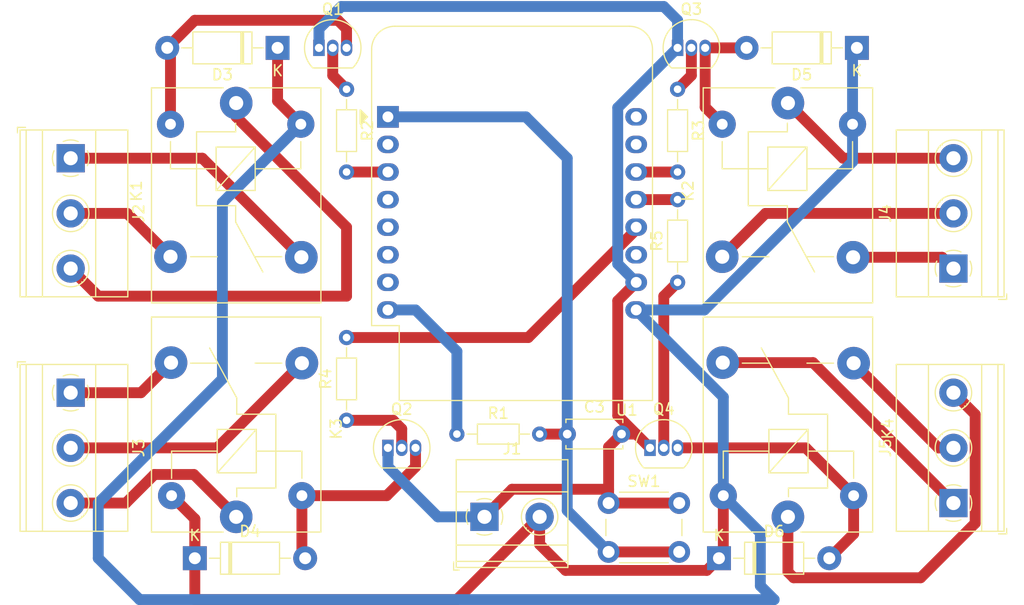
<source format=kicad_pcb>
(kicad_pcb (version 20171130) (host pcbnew 5.1.9+dfsg1-1+deb11u1)

  (general
    (thickness 1.6)
    (drawings 0)
    (tracks 127)
    (zones 0)
    (modules 25)
    (nets 37)
  )

  (page A4)
  (layers
    (0 F.Cu signal)
    (31 B.Cu signal)
    (32 B.Adhes user)
    (33 F.Adhes user)
    (34 B.Paste user)
    (35 F.Paste user)
    (36 B.SilkS user)
    (37 F.SilkS user)
    (38 B.Mask user)
    (39 F.Mask user)
    (40 Dwgs.User user)
    (41 Cmts.User user)
    (42 Eco1.User user)
    (43 Eco2.User user)
    (44 Edge.Cuts user)
    (45 Margin user)
    (46 B.CrtYd user)
    (47 F.CrtYd user)
    (48 B.Fab user)
    (49 F.Fab user)
  )

  (setup
    (last_trace_width 1)
    (trace_clearance 0.2)
    (zone_clearance 0.508)
    (zone_45_only no)
    (trace_min 0.2)
    (via_size 0.8)
    (via_drill 0.4)
    (via_min_size 0.4)
    (via_min_drill 0.3)
    (uvia_size 0.3)
    (uvia_drill 0.1)
    (uvias_allowed no)
    (uvia_min_size 0.2)
    (uvia_min_drill 0.1)
    (edge_width 0.05)
    (segment_width 0.2)
    (pcb_text_width 0.3)
    (pcb_text_size 1.5 1.5)
    (mod_edge_width 0.12)
    (mod_text_size 1 1)
    (mod_text_width 0.15)
    (pad_size 1.524 1.524)
    (pad_drill 0.762)
    (pad_to_mask_clearance 0)
    (aux_axis_origin 0 0)
    (visible_elements FFFFFF7F)
    (pcbplotparams
      (layerselection 0x010fc_ffffffff)
      (usegerberextensions false)
      (usegerberattributes true)
      (usegerberadvancedattributes true)
      (creategerberjobfile true)
      (excludeedgelayer true)
      (linewidth 0.100000)
      (plotframeref false)
      (viasonmask false)
      (mode 1)
      (useauxorigin false)
      (hpglpennumber 1)
      (hpglpenspeed 20)
      (hpglpendiameter 15.000000)
      (psnegative false)
      (psa4output false)
      (plotreference true)
      (plotvalue true)
      (plotinvisibletext false)
      (padsonsilk false)
      (subtractmaskfromsilk false)
      (outputformat 1)
      (mirror false)
      (drillshape 1)
      (scaleselection 1)
      (outputdirectory ""))
  )

  (net 0 "")
  (net 1 "Net-(C3-Pad1)")
  (net 2 GND)
  (net 3 "Net-(D3-Pad2)")
  (net 4 +5V)
  (net 5 "Net-(D4-Pad2)")
  (net 6 "Net-(D5-Pad2)")
  (net 7 "Net-(D6-Pad2)")
  (net 8 "Net-(J2-Pad1)")
  (net 9 "Net-(J2-Pad2)")
  (net 10 "Net-(J2-Pad3)")
  (net 11 "Net-(J3-Pad1)")
  (net 12 "Net-(J3-Pad2)")
  (net 13 "Net-(J3-Pad3)")
  (net 14 "Net-(J4-Pad3)")
  (net 15 "Net-(J4-Pad2)")
  (net 16 "Net-(J4-Pad1)")
  (net 17 "Net-(J5-Pad3)")
  (net 18 "Net-(J5-Pad2)")
  (net 19 "Net-(J5-Pad1)")
  (net 20 "Net-(Q1-Pad2)")
  (net 21 "Net-(Q2-Pad2)")
  (net 22 "Net-(Q3-Pad2)")
  (net 23 "Net-(Q4-Pad2)")
  (net 24 "Net-(R1-Pad1)")
  (net 25 "Net-(R2-Pad2)")
  (net 26 "Net-(R3-Pad2)")
  (net 27 "Net-(R4-Pad2)")
  (net 28 "Net-(R5-Pad2)")
  (net 29 "Net-(U1-Pad2)")
  (net 30 "Net-(U1-Pad4)")
  (net 31 "Net-(U1-Pad5)")
  (net 32 "Net-(U1-Pad6)")
  (net 33 "Net-(U1-Pad7)")
  (net 34 "Net-(U1-Pad11)")
  (net 35 "Net-(U1-Pad15)")
  (net 36 "Net-(U1-Pad16)")

  (net_class Default "This is the default net class."
    (clearance 0.2)
    (trace_width 1)
    (via_dia 0.8)
    (via_drill 0.4)
    (uvia_dia 0.3)
    (uvia_drill 0.1)
    (add_net "Net-(C3-Pad1)")
    (add_net "Net-(D3-Pad2)")
    (add_net "Net-(D4-Pad2)")
    (add_net "Net-(D5-Pad2)")
    (add_net "Net-(D6-Pad2)")
    (add_net "Net-(J2-Pad1)")
    (add_net "Net-(J2-Pad2)")
    (add_net "Net-(J2-Pad3)")
    (add_net "Net-(J3-Pad1)")
    (add_net "Net-(J3-Pad2)")
    (add_net "Net-(J3-Pad3)")
    (add_net "Net-(J4-Pad1)")
    (add_net "Net-(J4-Pad2)")
    (add_net "Net-(J4-Pad3)")
    (add_net "Net-(J5-Pad1)")
    (add_net "Net-(J5-Pad2)")
    (add_net "Net-(J5-Pad3)")
    (add_net "Net-(Q1-Pad2)")
    (add_net "Net-(Q2-Pad2)")
    (add_net "Net-(Q3-Pad2)")
    (add_net "Net-(Q4-Pad2)")
    (add_net "Net-(R1-Pad1)")
    (add_net "Net-(R2-Pad2)")
    (add_net "Net-(R3-Pad2)")
    (add_net "Net-(R4-Pad2)")
    (add_net "Net-(R5-Pad2)")
    (add_net "Net-(U1-Pad11)")
    (add_net "Net-(U1-Pad15)")
    (add_net "Net-(U1-Pad16)")
    (add_net "Net-(U1-Pad2)")
    (add_net "Net-(U1-Pad4)")
    (add_net "Net-(U1-Pad5)")
    (add_net "Net-(U1-Pad6)")
    (add_net "Net-(U1-Pad7)")
  )

  (net_class GND ""
    (clearance 0.2)
    (trace_width 1)
    (via_dia 0.8)
    (via_drill 0.4)
    (uvia_dia 0.3)
    (uvia_drill 0.1)
    (add_net GND)
  )

  (net_class PWR ""
    (clearance 0.2)
    (trace_width 1)
    (via_dia 0.8)
    (via_drill 0.4)
    (uvia_dia 0.3)
    (uvia_drill 0.1)
    (add_net +5V)
  )

  (module Capacitor_THT:C_Disc_D5.0mm_W2.5mm_P5.00mm (layer F.Cu) (tedit 5AE50EF0) (tstamp 634B9C66)
    (at 266.7 -887.73)
    (descr "C, Disc series, Radial, pin pitch=5.00mm, , diameter*width=5*2.5mm^2, Capacitor, http://cdn-reichelt.de/documents/datenblatt/B300/DS_KERKO_TC.pdf")
    (tags "C Disc series Radial pin pitch 5.00mm  diameter 5mm width 2.5mm Capacitor")
    (path /6358F769)
    (fp_text reference C3 (at 2.5 -2.5) (layer F.SilkS)
      (effects (font (size 1 1) (thickness 0.15)))
    )
    (fp_text value 100nf (at 2.5 2.5) (layer F.Fab)
      (effects (font (size 1 1) (thickness 0.15)))
    )
    (fp_line (start 6.05 -1.5) (end -1.05 -1.5) (layer F.CrtYd) (width 0.05))
    (fp_line (start 6.05 1.5) (end 6.05 -1.5) (layer F.CrtYd) (width 0.05))
    (fp_line (start -1.05 1.5) (end 6.05 1.5) (layer F.CrtYd) (width 0.05))
    (fp_line (start -1.05 -1.5) (end -1.05 1.5) (layer F.CrtYd) (width 0.05))
    (fp_line (start 5.12 1.055) (end 5.12 1.37) (layer F.SilkS) (width 0.12))
    (fp_line (start 5.12 -1.37) (end 5.12 -1.055) (layer F.SilkS) (width 0.12))
    (fp_line (start -0.12 1.055) (end -0.12 1.37) (layer F.SilkS) (width 0.12))
    (fp_line (start -0.12 -1.37) (end -0.12 -1.055) (layer F.SilkS) (width 0.12))
    (fp_line (start -0.12 1.37) (end 5.12 1.37) (layer F.SilkS) (width 0.12))
    (fp_line (start -0.12 -1.37) (end 5.12 -1.37) (layer F.SilkS) (width 0.12))
    (fp_line (start 5 -1.25) (end 0 -1.25) (layer F.Fab) (width 0.1))
    (fp_line (start 5 1.25) (end 5 -1.25) (layer F.Fab) (width 0.1))
    (fp_line (start 0 1.25) (end 5 1.25) (layer F.Fab) (width 0.1))
    (fp_line (start 0 -1.25) (end 0 1.25) (layer F.Fab) (width 0.1))
    (fp_text user %R (at 2.5 0) (layer F.Fab)
      (effects (font (size 1 1) (thickness 0.15)))
    )
    (pad 1 thru_hole circle (at 0 0) (size 1.6 1.6) (drill 0.8) (layers *.Cu *.Mask)
      (net 1 "Net-(C3-Pad1)"))
    (pad 2 thru_hole circle (at 5 0) (size 1.6 1.6) (drill 0.8) (layers *.Cu *.Mask)
      (net 2 GND))
    (model ${KISYS3DMOD}/Capacitor_THT.3dshapes/C_Disc_D5.0mm_W2.5mm_P5.00mm.wrl
      (at (xyz 0 0 0))
      (scale (xyz 1 1 1))
      (rotate (xyz 0 0 0))
    )
  )

  (module Diode_THT:D_DO-41_SOD81_P10.16mm_Horizontal (layer F.Cu) (tedit 5AE50CD5) (tstamp 634B9A03)
    (at 240.03 -923.29 180)
    (descr "Diode, DO-41_SOD81 series, Axial, Horizontal, pin pitch=10.16mm, , length*diameter=5.2*2.7mm^2, , http://www.diodes.com/_files/packages/DO-41%20(Plastic).pdf")
    (tags "Diode DO-41_SOD81 series Axial Horizontal pin pitch 10.16mm  length 5.2mm diameter 2.7mm")
    (path /634B6B8E)
    (fp_text reference D3 (at 5.08 -2.47) (layer F.SilkS)
      (effects (font (size 1 1) (thickness 0.15)))
    )
    (fp_text value 1N4001 (at 5.08 2.47) (layer F.Fab)
      (effects (font (size 1 1) (thickness 0.15)))
    )
    (fp_text user K (at 0 -2.1) (layer F.SilkS)
      (effects (font (size 1 1) (thickness 0.15)))
    )
    (fp_text user K (at 0 -2.1) (layer F.Fab)
      (effects (font (size 1 1) (thickness 0.15)))
    )
    (fp_text user %R (at 5.47 0) (layer F.Fab)
      (effects (font (size 1 1) (thickness 0.15)))
    )
    (fp_line (start 2.48 -1.35) (end 2.48 1.35) (layer F.Fab) (width 0.1))
    (fp_line (start 2.48 1.35) (end 7.68 1.35) (layer F.Fab) (width 0.1))
    (fp_line (start 7.68 1.35) (end 7.68 -1.35) (layer F.Fab) (width 0.1))
    (fp_line (start 7.68 -1.35) (end 2.48 -1.35) (layer F.Fab) (width 0.1))
    (fp_line (start 0 0) (end 2.48 0) (layer F.Fab) (width 0.1))
    (fp_line (start 10.16 0) (end 7.68 0) (layer F.Fab) (width 0.1))
    (fp_line (start 3.26 -1.35) (end 3.26 1.35) (layer F.Fab) (width 0.1))
    (fp_line (start 3.36 -1.35) (end 3.36 1.35) (layer F.Fab) (width 0.1))
    (fp_line (start 3.16 -1.35) (end 3.16 1.35) (layer F.Fab) (width 0.1))
    (fp_line (start 2.36 -1.47) (end 2.36 1.47) (layer F.SilkS) (width 0.12))
    (fp_line (start 2.36 1.47) (end 7.8 1.47) (layer F.SilkS) (width 0.12))
    (fp_line (start 7.8 1.47) (end 7.8 -1.47) (layer F.SilkS) (width 0.12))
    (fp_line (start 7.8 -1.47) (end 2.36 -1.47) (layer F.SilkS) (width 0.12))
    (fp_line (start 1.34 0) (end 2.36 0) (layer F.SilkS) (width 0.12))
    (fp_line (start 8.82 0) (end 7.8 0) (layer F.SilkS) (width 0.12))
    (fp_line (start 3.26 -1.47) (end 3.26 1.47) (layer F.SilkS) (width 0.12))
    (fp_line (start 3.38 -1.47) (end 3.38 1.47) (layer F.SilkS) (width 0.12))
    (fp_line (start 3.14 -1.47) (end 3.14 1.47) (layer F.SilkS) (width 0.12))
    (fp_line (start -1.35 -1.6) (end -1.35 1.6) (layer F.CrtYd) (width 0.05))
    (fp_line (start -1.35 1.6) (end 11.51 1.6) (layer F.CrtYd) (width 0.05))
    (fp_line (start 11.51 1.6) (end 11.51 -1.6) (layer F.CrtYd) (width 0.05))
    (fp_line (start 11.51 -1.6) (end -1.35 -1.6) (layer F.CrtYd) (width 0.05))
    (pad 2 thru_hole oval (at 10.16 0 180) (size 2.2 2.2) (drill 1.1) (layers *.Cu *.Mask)
      (net 3 "Net-(D3-Pad2)"))
    (pad 1 thru_hole rect (at 0 0 180) (size 2.2 2.2) (drill 1.1) (layers *.Cu *.Mask)
      (net 4 +5V))
    (model ${KISYS3DMOD}/Diode_THT.3dshapes/D_DO-41_SOD81_P10.16mm_Horizontal.wrl
      (at (xyz 0 0 0))
      (scale (xyz 1 1 1))
      (rotate (xyz 0 0 0))
    )
  )

  (module Diode_THT:D_DO-41_SOD81_P10.16mm_Horizontal (layer F.Cu) (tedit 5AE50CD5) (tstamp 634BBE5A)
    (at 232.41 -876.3)
    (descr "Diode, DO-41_SOD81 series, Axial, Horizontal, pin pitch=10.16mm, , length*diameter=5.2*2.7mm^2, , http://www.diodes.com/_files/packages/DO-41%20(Plastic).pdf")
    (tags "Diode DO-41_SOD81 series Axial Horizontal pin pitch 10.16mm  length 5.2mm diameter 2.7mm")
    (path /6354281C)
    (fp_text reference D4 (at 5.08 -2.47) (layer F.SilkS)
      (effects (font (size 1 1) (thickness 0.15)))
    )
    (fp_text value 1N4001 (at 5.08 2.47) (layer F.Fab)
      (effects (font (size 1 1) (thickness 0.15)))
    )
    (fp_line (start 11.51 -1.6) (end -1.35 -1.6) (layer F.CrtYd) (width 0.05))
    (fp_line (start 11.51 1.6) (end 11.51 -1.6) (layer F.CrtYd) (width 0.05))
    (fp_line (start -1.35 1.6) (end 11.51 1.6) (layer F.CrtYd) (width 0.05))
    (fp_line (start -1.35 -1.6) (end -1.35 1.6) (layer F.CrtYd) (width 0.05))
    (fp_line (start 3.14 -1.47) (end 3.14 1.47) (layer F.SilkS) (width 0.12))
    (fp_line (start 3.38 -1.47) (end 3.38 1.47) (layer F.SilkS) (width 0.12))
    (fp_line (start 3.26 -1.47) (end 3.26 1.47) (layer F.SilkS) (width 0.12))
    (fp_line (start 8.82 0) (end 7.8 0) (layer F.SilkS) (width 0.12))
    (fp_line (start 1.34 0) (end 2.36 0) (layer F.SilkS) (width 0.12))
    (fp_line (start 7.8 -1.47) (end 2.36 -1.47) (layer F.SilkS) (width 0.12))
    (fp_line (start 7.8 1.47) (end 7.8 -1.47) (layer F.SilkS) (width 0.12))
    (fp_line (start 2.36 1.47) (end 7.8 1.47) (layer F.SilkS) (width 0.12))
    (fp_line (start 2.36 -1.47) (end 2.36 1.47) (layer F.SilkS) (width 0.12))
    (fp_line (start 3.16 -1.35) (end 3.16 1.35) (layer F.Fab) (width 0.1))
    (fp_line (start 3.36 -1.35) (end 3.36 1.35) (layer F.Fab) (width 0.1))
    (fp_line (start 3.26 -1.35) (end 3.26 1.35) (layer F.Fab) (width 0.1))
    (fp_line (start 10.16 0) (end 7.68 0) (layer F.Fab) (width 0.1))
    (fp_line (start 0 0) (end 2.48 0) (layer F.Fab) (width 0.1))
    (fp_line (start 7.68 -1.35) (end 2.48 -1.35) (layer F.Fab) (width 0.1))
    (fp_line (start 7.68 1.35) (end 7.68 -1.35) (layer F.Fab) (width 0.1))
    (fp_line (start 2.48 1.35) (end 7.68 1.35) (layer F.Fab) (width 0.1))
    (fp_line (start 2.48 -1.35) (end 2.48 1.35) (layer F.Fab) (width 0.1))
    (fp_text user %R (at 5.47 0) (layer F.Fab)
      (effects (font (size 1 1) (thickness 0.15)))
    )
    (fp_text user K (at 0 -2.1) (layer F.Fab)
      (effects (font (size 1 1) (thickness 0.15)))
    )
    (fp_text user K (at 0 -2.1) (layer F.SilkS)
      (effects (font (size 1 1) (thickness 0.15)))
    )
    (pad 1 thru_hole rect (at 0 0) (size 2.2 2.2) (drill 1.1) (layers *.Cu *.Mask)
      (net 4 +5V))
    (pad 2 thru_hole oval (at 10.16 0) (size 2.2 2.2) (drill 1.1) (layers *.Cu *.Mask)
      (net 5 "Net-(D4-Pad2)"))
    (model ${KISYS3DMOD}/Diode_THT.3dshapes/D_DO-41_SOD81_P10.16mm_Horizontal.wrl
      (at (xyz 0 0 0))
      (scale (xyz 1 1 1))
      (rotate (xyz 0 0 0))
    )
  )

  (module Diode_THT:D_DO-41_SOD81_P10.16mm_Horizontal (layer F.Cu) (tedit 5AE50CD5) (tstamp 634B8776)
    (at 293.37 -923.29 180)
    (descr "Diode, DO-41_SOD81 series, Axial, Horizontal, pin pitch=10.16mm, , length*diameter=5.2*2.7mm^2, , http://www.diodes.com/_files/packages/DO-41%20(Plastic).pdf")
    (tags "Diode DO-41_SOD81 series Axial Horizontal pin pitch 10.16mm  length 5.2mm diameter 2.7mm")
    (path /634E933B)
    (fp_text reference D5 (at 5.08 -2.47) (layer F.SilkS)
      (effects (font (size 1 1) (thickness 0.15)))
    )
    (fp_text value 1N4001 (at 5.08 2.47) (layer F.Fab)
      (effects (font (size 1 1) (thickness 0.15)))
    )
    (fp_text user K (at 0 -2.1) (layer F.SilkS)
      (effects (font (size 1 1) (thickness 0.15)))
    )
    (fp_text user K (at 0 -2.1) (layer F.Fab)
      (effects (font (size 1 1) (thickness 0.15)))
    )
    (fp_text user %R (at 5.47 0) (layer F.Fab)
      (effects (font (size 1 1) (thickness 0.15)))
    )
    (fp_line (start 2.48 -1.35) (end 2.48 1.35) (layer F.Fab) (width 0.1))
    (fp_line (start 2.48 1.35) (end 7.68 1.35) (layer F.Fab) (width 0.1))
    (fp_line (start 7.68 1.35) (end 7.68 -1.35) (layer F.Fab) (width 0.1))
    (fp_line (start 7.68 -1.35) (end 2.48 -1.35) (layer F.Fab) (width 0.1))
    (fp_line (start 0 0) (end 2.48 0) (layer F.Fab) (width 0.1))
    (fp_line (start 10.16 0) (end 7.68 0) (layer F.Fab) (width 0.1))
    (fp_line (start 3.26 -1.35) (end 3.26 1.35) (layer F.Fab) (width 0.1))
    (fp_line (start 3.36 -1.35) (end 3.36 1.35) (layer F.Fab) (width 0.1))
    (fp_line (start 3.16 -1.35) (end 3.16 1.35) (layer F.Fab) (width 0.1))
    (fp_line (start 2.36 -1.47) (end 2.36 1.47) (layer F.SilkS) (width 0.12))
    (fp_line (start 2.36 1.47) (end 7.8 1.47) (layer F.SilkS) (width 0.12))
    (fp_line (start 7.8 1.47) (end 7.8 -1.47) (layer F.SilkS) (width 0.12))
    (fp_line (start 7.8 -1.47) (end 2.36 -1.47) (layer F.SilkS) (width 0.12))
    (fp_line (start 1.34 0) (end 2.36 0) (layer F.SilkS) (width 0.12))
    (fp_line (start 8.82 0) (end 7.8 0) (layer F.SilkS) (width 0.12))
    (fp_line (start 3.26 -1.47) (end 3.26 1.47) (layer F.SilkS) (width 0.12))
    (fp_line (start 3.38 -1.47) (end 3.38 1.47) (layer F.SilkS) (width 0.12))
    (fp_line (start 3.14 -1.47) (end 3.14 1.47) (layer F.SilkS) (width 0.12))
    (fp_line (start -1.35 -1.6) (end -1.35 1.6) (layer F.CrtYd) (width 0.05))
    (fp_line (start -1.35 1.6) (end 11.51 1.6) (layer F.CrtYd) (width 0.05))
    (fp_line (start 11.51 1.6) (end 11.51 -1.6) (layer F.CrtYd) (width 0.05))
    (fp_line (start 11.51 -1.6) (end -1.35 -1.6) (layer F.CrtYd) (width 0.05))
    (pad 2 thru_hole oval (at 10.16 0 180) (size 2.2 2.2) (drill 1.1) (layers *.Cu *.Mask)
      (net 6 "Net-(D5-Pad2)"))
    (pad 1 thru_hole rect (at 0 0 180) (size 2.2 2.2) (drill 1.1) (layers *.Cu *.Mask)
      (net 4 +5V))
    (model ${KISYS3DMOD}/Diode_THT.3dshapes/D_DO-41_SOD81_P10.16mm_Horizontal.wrl
      (at (xyz 0 0 0))
      (scale (xyz 1 1 1))
      (rotate (xyz 0 0 0))
    )
  )

  (module Diode_THT:D_DO-41_SOD81_P10.16mm_Horizontal (layer F.Cu) (tedit 5AE50CD5) (tstamp 634B9D75)
    (at 280.67 -876.3)
    (descr "Diode, DO-41_SOD81 series, Axial, Horizontal, pin pitch=10.16mm, , length*diameter=5.2*2.7mm^2, , http://www.diodes.com/_files/packages/DO-41%20(Plastic).pdf")
    (tags "Diode DO-41_SOD81 series Axial Horizontal pin pitch 10.16mm  length 5.2mm diameter 2.7mm")
    (path /6350915D)
    (fp_text reference D6 (at 5.08 -2.47) (layer F.SilkS)
      (effects (font (size 1 1) (thickness 0.15)))
    )
    (fp_text value 1N4001 (at 5.08 2.47) (layer F.Fab)
      (effects (font (size 1 1) (thickness 0.15)))
    )
    (fp_line (start 11.51 -1.6) (end -1.35 -1.6) (layer F.CrtYd) (width 0.05))
    (fp_line (start 11.51 1.6) (end 11.51 -1.6) (layer F.CrtYd) (width 0.05))
    (fp_line (start -1.35 1.6) (end 11.51 1.6) (layer F.CrtYd) (width 0.05))
    (fp_line (start -1.35 -1.6) (end -1.35 1.6) (layer F.CrtYd) (width 0.05))
    (fp_line (start 3.14 -1.47) (end 3.14 1.47) (layer F.SilkS) (width 0.12))
    (fp_line (start 3.38 -1.47) (end 3.38 1.47) (layer F.SilkS) (width 0.12))
    (fp_line (start 3.26 -1.47) (end 3.26 1.47) (layer F.SilkS) (width 0.12))
    (fp_line (start 8.82 0) (end 7.8 0) (layer F.SilkS) (width 0.12))
    (fp_line (start 1.34 0) (end 2.36 0) (layer F.SilkS) (width 0.12))
    (fp_line (start 7.8 -1.47) (end 2.36 -1.47) (layer F.SilkS) (width 0.12))
    (fp_line (start 7.8 1.47) (end 7.8 -1.47) (layer F.SilkS) (width 0.12))
    (fp_line (start 2.36 1.47) (end 7.8 1.47) (layer F.SilkS) (width 0.12))
    (fp_line (start 2.36 -1.47) (end 2.36 1.47) (layer F.SilkS) (width 0.12))
    (fp_line (start 3.16 -1.35) (end 3.16 1.35) (layer F.Fab) (width 0.1))
    (fp_line (start 3.36 -1.35) (end 3.36 1.35) (layer F.Fab) (width 0.1))
    (fp_line (start 3.26 -1.35) (end 3.26 1.35) (layer F.Fab) (width 0.1))
    (fp_line (start 10.16 0) (end 7.68 0) (layer F.Fab) (width 0.1))
    (fp_line (start 0 0) (end 2.48 0) (layer F.Fab) (width 0.1))
    (fp_line (start 7.68 -1.35) (end 2.48 -1.35) (layer F.Fab) (width 0.1))
    (fp_line (start 7.68 1.35) (end 7.68 -1.35) (layer F.Fab) (width 0.1))
    (fp_line (start 2.48 1.35) (end 7.68 1.35) (layer F.Fab) (width 0.1))
    (fp_line (start 2.48 -1.35) (end 2.48 1.35) (layer F.Fab) (width 0.1))
    (fp_text user %R (at 5.47 0) (layer F.Fab)
      (effects (font (size 1 1) (thickness 0.15)))
    )
    (fp_text user K (at 0 -2.1) (layer F.Fab)
      (effects (font (size 1 1) (thickness 0.15)))
    )
    (fp_text user K (at 0 -2.1) (layer F.SilkS)
      (effects (font (size 1 1) (thickness 0.15)))
    )
    (pad 1 thru_hole rect (at 0 0) (size 2.2 2.2) (drill 1.1) (layers *.Cu *.Mask)
      (net 4 +5V))
    (pad 2 thru_hole oval (at 10.16 0) (size 2.2 2.2) (drill 1.1) (layers *.Cu *.Mask)
      (net 7 "Net-(D6-Pad2)"))
    (model ${KISYS3DMOD}/Diode_THT.3dshapes/D_DO-41_SOD81_P10.16mm_Horizontal.wrl
      (at (xyz 0 0 0))
      (scale (xyz 1 1 1))
      (rotate (xyz 0 0 0))
    )
  )

  (module TerminalBlock_Phoenix:TerminalBlock_Phoenix_MKDS-1,5-2-5.08_1x02_P5.08mm_Horizontal (layer F.Cu) (tedit 5B294EBC) (tstamp 634B53C7)
    (at 259.08 -880.11)
    (descr "Terminal Block Phoenix MKDS-1,5-2-5.08, 2 pins, pitch 5.08mm, size 10.2x9.8mm^2, drill diamater 1.3mm, pad diameter 2.6mm, see http://www.farnell.com/datasheets/100425.pdf, script-generated using https://github.com/pointhi/kicad-footprint-generator/scripts/TerminalBlock_Phoenix")
    (tags "THT Terminal Block Phoenix MKDS-1,5-2-5.08 pitch 5.08mm size 10.2x9.8mm^2 drill 1.3mm pad 2.6mm")
    (path /63647860)
    (fp_text reference J1 (at 2.54 -6.26) (layer F.SilkS)
      (effects (font (size 1 1) (thickness 0.15)))
    )
    (fp_text value Screw_Terminal_01x02 (at 2.54 5.66) (layer F.Fab)
      (effects (font (size 1 1) (thickness 0.15)))
    )
    (fp_line (start 8.13 -5.71) (end -3.04 -5.71) (layer F.CrtYd) (width 0.05))
    (fp_line (start 8.13 5.1) (end 8.13 -5.71) (layer F.CrtYd) (width 0.05))
    (fp_line (start -3.04 5.1) (end 8.13 5.1) (layer F.CrtYd) (width 0.05))
    (fp_line (start -3.04 -5.71) (end -3.04 5.1) (layer F.CrtYd) (width 0.05))
    (fp_line (start -2.84 4.9) (end -2.34 4.9) (layer F.SilkS) (width 0.12))
    (fp_line (start -2.84 4.16) (end -2.84 4.9) (layer F.SilkS) (width 0.12))
    (fp_line (start 3.853 1.023) (end 3.806 1.069) (layer F.SilkS) (width 0.12))
    (fp_line (start 6.15 -1.275) (end 6.115 -1.239) (layer F.SilkS) (width 0.12))
    (fp_line (start 4.046 1.239) (end 4.011 1.274) (layer F.SilkS) (width 0.12))
    (fp_line (start 6.355 -1.069) (end 6.308 -1.023) (layer F.SilkS) (width 0.12))
    (fp_line (start 6.035 -1.138) (end 3.943 0.955) (layer F.Fab) (width 0.1))
    (fp_line (start 6.218 -0.955) (end 4.126 1.138) (layer F.Fab) (width 0.1))
    (fp_line (start 0.955 -1.138) (end -1.138 0.955) (layer F.Fab) (width 0.1))
    (fp_line (start 1.138 -0.955) (end -0.955 1.138) (layer F.Fab) (width 0.1))
    (fp_line (start 7.68 -5.261) (end 7.68 4.66) (layer F.SilkS) (width 0.12))
    (fp_line (start -2.6 -5.261) (end -2.6 4.66) (layer F.SilkS) (width 0.12))
    (fp_line (start -2.6 4.66) (end 7.68 4.66) (layer F.SilkS) (width 0.12))
    (fp_line (start -2.6 -5.261) (end 7.68 -5.261) (layer F.SilkS) (width 0.12))
    (fp_line (start -2.6 -2.301) (end 7.68 -2.301) (layer F.SilkS) (width 0.12))
    (fp_line (start -2.54 -2.3) (end 7.62 -2.3) (layer F.Fab) (width 0.1))
    (fp_line (start -2.6 2.6) (end 7.68 2.6) (layer F.SilkS) (width 0.12))
    (fp_line (start -2.54 2.6) (end 7.62 2.6) (layer F.Fab) (width 0.1))
    (fp_line (start -2.6 4.1) (end 7.68 4.1) (layer F.SilkS) (width 0.12))
    (fp_line (start -2.54 4.1) (end 7.62 4.1) (layer F.Fab) (width 0.1))
    (fp_line (start -2.54 4.1) (end -2.54 -5.2) (layer F.Fab) (width 0.1))
    (fp_line (start -2.04 4.6) (end -2.54 4.1) (layer F.Fab) (width 0.1))
    (fp_line (start 7.62 4.6) (end -2.04 4.6) (layer F.Fab) (width 0.1))
    (fp_line (start 7.62 -5.2) (end 7.62 4.6) (layer F.Fab) (width 0.1))
    (fp_line (start -2.54 -5.2) (end 7.62 -5.2) (layer F.Fab) (width 0.1))
    (fp_circle (center 5.08 0) (end 6.76 0) (layer F.SilkS) (width 0.12))
    (fp_circle (center 5.08 0) (end 6.58 0) (layer F.Fab) (width 0.1))
    (fp_circle (center 0 0) (end 1.5 0) (layer F.Fab) (width 0.1))
    (fp_arc (start 0 0) (end 0 1.68) (angle -24) (layer F.SilkS) (width 0.12))
    (fp_arc (start 0 0) (end 1.535 0.684) (angle -48) (layer F.SilkS) (width 0.12))
    (fp_arc (start 0 0) (end 0.684 -1.535) (angle -48) (layer F.SilkS) (width 0.12))
    (fp_arc (start 0 0) (end -1.535 -0.684) (angle -48) (layer F.SilkS) (width 0.12))
    (fp_arc (start 0 0) (end -0.684 1.535) (angle -25) (layer F.SilkS) (width 0.12))
    (fp_text user %R (at 2.54 3.2) (layer F.Fab)
      (effects (font (size 1 1) (thickness 0.15)))
    )
    (pad 1 thru_hole rect (at 0 0) (size 2.6 2.6) (drill 1.3) (layers *.Cu *.Mask)
      (net 2 GND))
    (pad 2 thru_hole circle (at 5.08 0) (size 2.6 2.6) (drill 1.3) (layers *.Cu *.Mask)
      (net 4 +5V))
    (model ${KISYS3DMOD}/TerminalBlock_Phoenix.3dshapes/TerminalBlock_Phoenix_MKDS-1,5-2-5.08_1x02_P5.08mm_Horizontal.wrl
      (at (xyz 0 0 0))
      (scale (xyz 1 1 1))
      (rotate (xyz 0 0 0))
    )
  )

  (module TerminalBlock_Phoenix:TerminalBlock_Phoenix_MKDS-1,5-3-5.08_1x03_P5.08mm_Horizontal (layer F.Cu) (tedit 5B294EBC) (tstamp 634B53FC)
    (at 220.98 -913.13 270)
    (descr "Terminal Block Phoenix MKDS-1,5-3-5.08, 3 pins, pitch 5.08mm, size 15.2x9.8mm^2, drill diamater 1.3mm, pad diameter 2.6mm, see http://www.farnell.com/datasheets/100425.pdf, script-generated using https://github.com/pointhi/kicad-footprint-generator/scripts/TerminalBlock_Phoenix")
    (tags "THT Terminal Block Phoenix MKDS-1,5-3-5.08 pitch 5.08mm size 15.2x9.8mm^2 drill 1.3mm pad 2.6mm")
    (path /634B76CA)
    (fp_text reference J2 (at 5.08 -6.26 90) (layer F.SilkS)
      (effects (font (size 1 1) (thickness 0.15)))
    )
    (fp_text value Screw_Terminal_01x03 (at 5.08 5.66 90) (layer F.Fab)
      (effects (font (size 1 1) (thickness 0.15)))
    )
    (fp_line (start 13.21 -5.71) (end -3.04 -5.71) (layer F.CrtYd) (width 0.05))
    (fp_line (start 13.21 5.1) (end 13.21 -5.71) (layer F.CrtYd) (width 0.05))
    (fp_line (start -3.04 5.1) (end 13.21 5.1) (layer F.CrtYd) (width 0.05))
    (fp_line (start -3.04 -5.71) (end -3.04 5.1) (layer F.CrtYd) (width 0.05))
    (fp_line (start -2.84 4.9) (end -2.34 4.9) (layer F.SilkS) (width 0.12))
    (fp_line (start -2.84 4.16) (end -2.84 4.9) (layer F.SilkS) (width 0.12))
    (fp_line (start 8.933 1.023) (end 8.886 1.069) (layer F.SilkS) (width 0.12))
    (fp_line (start 11.23 -1.275) (end 11.195 -1.239) (layer F.SilkS) (width 0.12))
    (fp_line (start 9.126 1.239) (end 9.091 1.274) (layer F.SilkS) (width 0.12))
    (fp_line (start 11.435 -1.069) (end 11.388 -1.023) (layer F.SilkS) (width 0.12))
    (fp_line (start 11.115 -1.138) (end 9.023 0.955) (layer F.Fab) (width 0.1))
    (fp_line (start 11.298 -0.955) (end 9.206 1.138) (layer F.Fab) (width 0.1))
    (fp_line (start 3.853 1.023) (end 3.806 1.069) (layer F.SilkS) (width 0.12))
    (fp_line (start 6.15 -1.275) (end 6.115 -1.239) (layer F.SilkS) (width 0.12))
    (fp_line (start 4.046 1.239) (end 4.011 1.274) (layer F.SilkS) (width 0.12))
    (fp_line (start 6.355 -1.069) (end 6.308 -1.023) (layer F.SilkS) (width 0.12))
    (fp_line (start 6.035 -1.138) (end 3.943 0.955) (layer F.Fab) (width 0.1))
    (fp_line (start 6.218 -0.955) (end 4.126 1.138) (layer F.Fab) (width 0.1))
    (fp_line (start 0.955 -1.138) (end -1.138 0.955) (layer F.Fab) (width 0.1))
    (fp_line (start 1.138 -0.955) (end -0.955 1.138) (layer F.Fab) (width 0.1))
    (fp_line (start 12.76 -5.261) (end 12.76 4.66) (layer F.SilkS) (width 0.12))
    (fp_line (start -2.6 -5.261) (end -2.6 4.66) (layer F.SilkS) (width 0.12))
    (fp_line (start -2.6 4.66) (end 12.76 4.66) (layer F.SilkS) (width 0.12))
    (fp_line (start -2.6 -5.261) (end 12.76 -5.261) (layer F.SilkS) (width 0.12))
    (fp_line (start -2.6 -2.301) (end 12.76 -2.301) (layer F.SilkS) (width 0.12))
    (fp_line (start -2.54 -2.3) (end 12.7 -2.3) (layer F.Fab) (width 0.1))
    (fp_line (start -2.6 2.6) (end 12.76 2.6) (layer F.SilkS) (width 0.12))
    (fp_line (start -2.54 2.6) (end 12.7 2.6) (layer F.Fab) (width 0.1))
    (fp_line (start -2.6 4.1) (end 12.76 4.1) (layer F.SilkS) (width 0.12))
    (fp_line (start -2.54 4.1) (end 12.7 4.1) (layer F.Fab) (width 0.1))
    (fp_line (start -2.54 4.1) (end -2.54 -5.2) (layer F.Fab) (width 0.1))
    (fp_line (start -2.04 4.6) (end -2.54 4.1) (layer F.Fab) (width 0.1))
    (fp_line (start 12.7 4.6) (end -2.04 4.6) (layer F.Fab) (width 0.1))
    (fp_line (start 12.7 -5.2) (end 12.7 4.6) (layer F.Fab) (width 0.1))
    (fp_line (start -2.54 -5.2) (end 12.7 -5.2) (layer F.Fab) (width 0.1))
    (fp_circle (center 10.16 0) (end 11.84 0) (layer F.SilkS) (width 0.12))
    (fp_circle (center 10.16 0) (end 11.66 0) (layer F.Fab) (width 0.1))
    (fp_circle (center 5.08 0) (end 6.76 0) (layer F.SilkS) (width 0.12))
    (fp_circle (center 5.08 0) (end 6.58 0) (layer F.Fab) (width 0.1))
    (fp_circle (center 0 0) (end 1.5 0) (layer F.Fab) (width 0.1))
    (fp_arc (start 0 0) (end 0 1.68) (angle -24) (layer F.SilkS) (width 0.12))
    (fp_arc (start 0 0) (end 1.535 0.684) (angle -48) (layer F.SilkS) (width 0.12))
    (fp_arc (start 0 0) (end 0.684 -1.535) (angle -48) (layer F.SilkS) (width 0.12))
    (fp_arc (start 0 0) (end -1.535 -0.684) (angle -48) (layer F.SilkS) (width 0.12))
    (fp_arc (start 0 0) (end -0.684 1.535) (angle -25) (layer F.SilkS) (width 0.12))
    (fp_text user %R (at 5.08 3.2 90) (layer F.Fab)
      (effects (font (size 1 1) (thickness 0.15)))
    )
    (pad 1 thru_hole rect (at 0 0 270) (size 2.6 2.6) (drill 1.3) (layers *.Cu *.Mask)
      (net 8 "Net-(J2-Pad1)"))
    (pad 2 thru_hole circle (at 5.08 0 270) (size 2.6 2.6) (drill 1.3) (layers *.Cu *.Mask)
      (net 9 "Net-(J2-Pad2)"))
    (pad 3 thru_hole circle (at 10.16 0 270) (size 2.6 2.6) (drill 1.3) (layers *.Cu *.Mask)
      (net 10 "Net-(J2-Pad3)"))
    (model ${KISYS3DMOD}/TerminalBlock_Phoenix.3dshapes/TerminalBlock_Phoenix_MKDS-1,5-3-5.08_1x03_P5.08mm_Horizontal.wrl
      (at (xyz 0 0 0))
      (scale (xyz 1 1 1))
      (rotate (xyz 0 0 0))
    )
  )

  (module TerminalBlock_Phoenix:TerminalBlock_Phoenix_MKDS-1,5-3-5.08_1x03_P5.08mm_Horizontal (layer F.Cu) (tedit 5B294EBC) (tstamp 634B9AA7)
    (at 220.98 -891.54 270)
    (descr "Terminal Block Phoenix MKDS-1,5-3-5.08, 3 pins, pitch 5.08mm, size 15.2x9.8mm^2, drill diamater 1.3mm, pad diameter 2.6mm, see http://www.farnell.com/datasheets/100425.pdf, script-generated using https://github.com/pointhi/kicad-footprint-generator/scripts/TerminalBlock_Phoenix")
    (tags "THT Terminal Block Phoenix MKDS-1,5-3-5.08 pitch 5.08mm size 15.2x9.8mm^2 drill 1.3mm pad 2.6mm")
    (path /6352B299)
    (fp_text reference J3 (at 5.08 -6.26 90) (layer F.SilkS)
      (effects (font (size 1 1) (thickness 0.15)))
    )
    (fp_text value Screw_Terminal_01x03 (at 5.08 5.66 90) (layer F.Fab)
      (effects (font (size 1 1) (thickness 0.15)))
    )
    (fp_line (start 13.21 -5.71) (end -3.04 -5.71) (layer F.CrtYd) (width 0.05))
    (fp_line (start 13.21 5.1) (end 13.21 -5.71) (layer F.CrtYd) (width 0.05))
    (fp_line (start -3.04 5.1) (end 13.21 5.1) (layer F.CrtYd) (width 0.05))
    (fp_line (start -3.04 -5.71) (end -3.04 5.1) (layer F.CrtYd) (width 0.05))
    (fp_line (start -2.84 4.9) (end -2.34 4.9) (layer F.SilkS) (width 0.12))
    (fp_line (start -2.84 4.16) (end -2.84 4.9) (layer F.SilkS) (width 0.12))
    (fp_line (start 8.933 1.023) (end 8.886 1.069) (layer F.SilkS) (width 0.12))
    (fp_line (start 11.23 -1.275) (end 11.195 -1.239) (layer F.SilkS) (width 0.12))
    (fp_line (start 9.126 1.239) (end 9.091 1.274) (layer F.SilkS) (width 0.12))
    (fp_line (start 11.435 -1.069) (end 11.388 -1.023) (layer F.SilkS) (width 0.12))
    (fp_line (start 11.115 -1.138) (end 9.023 0.955) (layer F.Fab) (width 0.1))
    (fp_line (start 11.298 -0.955) (end 9.206 1.138) (layer F.Fab) (width 0.1))
    (fp_line (start 3.853 1.023) (end 3.806 1.069) (layer F.SilkS) (width 0.12))
    (fp_line (start 6.15 -1.275) (end 6.115 -1.239) (layer F.SilkS) (width 0.12))
    (fp_line (start 4.046 1.239) (end 4.011 1.274) (layer F.SilkS) (width 0.12))
    (fp_line (start 6.355 -1.069) (end 6.308 -1.023) (layer F.SilkS) (width 0.12))
    (fp_line (start 6.035 -1.138) (end 3.943 0.955) (layer F.Fab) (width 0.1))
    (fp_line (start 6.218 -0.955) (end 4.126 1.138) (layer F.Fab) (width 0.1))
    (fp_line (start 0.955 -1.138) (end -1.138 0.955) (layer F.Fab) (width 0.1))
    (fp_line (start 1.138 -0.955) (end -0.955 1.138) (layer F.Fab) (width 0.1))
    (fp_line (start 12.76 -5.261) (end 12.76 4.66) (layer F.SilkS) (width 0.12))
    (fp_line (start -2.6 -5.261) (end -2.6 4.66) (layer F.SilkS) (width 0.12))
    (fp_line (start -2.6 4.66) (end 12.76 4.66) (layer F.SilkS) (width 0.12))
    (fp_line (start -2.6 -5.261) (end 12.76 -5.261) (layer F.SilkS) (width 0.12))
    (fp_line (start -2.6 -2.301) (end 12.76 -2.301) (layer F.SilkS) (width 0.12))
    (fp_line (start -2.54 -2.3) (end 12.7 -2.3) (layer F.Fab) (width 0.1))
    (fp_line (start -2.6 2.6) (end 12.76 2.6) (layer F.SilkS) (width 0.12))
    (fp_line (start -2.54 2.6) (end 12.7 2.6) (layer F.Fab) (width 0.1))
    (fp_line (start -2.6 4.1) (end 12.76 4.1) (layer F.SilkS) (width 0.12))
    (fp_line (start -2.54 4.1) (end 12.7 4.1) (layer F.Fab) (width 0.1))
    (fp_line (start -2.54 4.1) (end -2.54 -5.2) (layer F.Fab) (width 0.1))
    (fp_line (start -2.04 4.6) (end -2.54 4.1) (layer F.Fab) (width 0.1))
    (fp_line (start 12.7 4.6) (end -2.04 4.6) (layer F.Fab) (width 0.1))
    (fp_line (start 12.7 -5.2) (end 12.7 4.6) (layer F.Fab) (width 0.1))
    (fp_line (start -2.54 -5.2) (end 12.7 -5.2) (layer F.Fab) (width 0.1))
    (fp_circle (center 10.16 0) (end 11.84 0) (layer F.SilkS) (width 0.12))
    (fp_circle (center 10.16 0) (end 11.66 0) (layer F.Fab) (width 0.1))
    (fp_circle (center 5.08 0) (end 6.76 0) (layer F.SilkS) (width 0.12))
    (fp_circle (center 5.08 0) (end 6.58 0) (layer F.Fab) (width 0.1))
    (fp_circle (center 0 0) (end 1.5 0) (layer F.Fab) (width 0.1))
    (fp_arc (start 0 0) (end 0 1.68) (angle -24) (layer F.SilkS) (width 0.12))
    (fp_arc (start 0 0) (end 1.535 0.684) (angle -48) (layer F.SilkS) (width 0.12))
    (fp_arc (start 0 0) (end 0.684 -1.535) (angle -48) (layer F.SilkS) (width 0.12))
    (fp_arc (start 0 0) (end -1.535 -0.684) (angle -48) (layer F.SilkS) (width 0.12))
    (fp_arc (start 0 0) (end -0.684 1.535) (angle -25) (layer F.SilkS) (width 0.12))
    (fp_text user %R (at 5.08 3.2 90) (layer F.Fab)
      (effects (font (size 1 1) (thickness 0.15)))
    )
    (pad 1 thru_hole rect (at 0 0 270) (size 2.6 2.6) (drill 1.3) (layers *.Cu *.Mask)
      (net 11 "Net-(J3-Pad1)"))
    (pad 2 thru_hole circle (at 5.08 0 270) (size 2.6 2.6) (drill 1.3) (layers *.Cu *.Mask)
      (net 12 "Net-(J3-Pad2)"))
    (pad 3 thru_hole circle (at 10.16 0 270) (size 2.6 2.6) (drill 1.3) (layers *.Cu *.Mask)
      (net 13 "Net-(J3-Pad3)"))
    (model ${KISYS3DMOD}/TerminalBlock_Phoenix.3dshapes/TerminalBlock_Phoenix_MKDS-1,5-3-5.08_1x03_P5.08mm_Horizontal.wrl
      (at (xyz 0 0 0))
      (scale (xyz 1 1 1))
      (rotate (xyz 0 0 0))
    )
  )

  (module TerminalBlock_Phoenix:TerminalBlock_Phoenix_MKDS-1,5-3-5.08_1x03_P5.08mm_Horizontal (layer F.Cu) (tedit 5B294EBC) (tstamp 634B5466)
    (at 302.26 -902.97 90)
    (descr "Terminal Block Phoenix MKDS-1,5-3-5.08, 3 pins, pitch 5.08mm, size 15.2x9.8mm^2, drill diamater 1.3mm, pad diameter 2.6mm, see http://www.farnell.com/datasheets/100425.pdf, script-generated using https://github.com/pointhi/kicad-footprint-generator/scripts/TerminalBlock_Phoenix")
    (tags "THT Terminal Block Phoenix MKDS-1,5-3-5.08 pitch 5.08mm size 15.2x9.8mm^2 drill 1.3mm pad 2.6mm")
    (path /634B8E5D)
    (fp_text reference J4 (at 5.08 -6.26 90) (layer F.SilkS)
      (effects (font (size 1 1) (thickness 0.15)))
    )
    (fp_text value Screw_Terminal_01x03 (at 5.08 5.66 90) (layer F.Fab)
      (effects (font (size 1 1) (thickness 0.15)))
    )
    (fp_text user %R (at 5.08 3.2 90) (layer F.Fab)
      (effects (font (size 1 1) (thickness 0.15)))
    )
    (fp_arc (start 0 0) (end -0.684 1.535) (angle -25) (layer F.SilkS) (width 0.12))
    (fp_arc (start 0 0) (end -1.535 -0.684) (angle -48) (layer F.SilkS) (width 0.12))
    (fp_arc (start 0 0) (end 0.684 -1.535) (angle -48) (layer F.SilkS) (width 0.12))
    (fp_arc (start 0 0) (end 1.535 0.684) (angle -48) (layer F.SilkS) (width 0.12))
    (fp_arc (start 0 0) (end 0 1.68) (angle -24) (layer F.SilkS) (width 0.12))
    (fp_circle (center 0 0) (end 1.5 0) (layer F.Fab) (width 0.1))
    (fp_circle (center 5.08 0) (end 6.58 0) (layer F.Fab) (width 0.1))
    (fp_circle (center 5.08 0) (end 6.76 0) (layer F.SilkS) (width 0.12))
    (fp_circle (center 10.16 0) (end 11.66 0) (layer F.Fab) (width 0.1))
    (fp_circle (center 10.16 0) (end 11.84 0) (layer F.SilkS) (width 0.12))
    (fp_line (start -2.54 -5.2) (end 12.7 -5.2) (layer F.Fab) (width 0.1))
    (fp_line (start 12.7 -5.2) (end 12.7 4.6) (layer F.Fab) (width 0.1))
    (fp_line (start 12.7 4.6) (end -2.04 4.6) (layer F.Fab) (width 0.1))
    (fp_line (start -2.04 4.6) (end -2.54 4.1) (layer F.Fab) (width 0.1))
    (fp_line (start -2.54 4.1) (end -2.54 -5.2) (layer F.Fab) (width 0.1))
    (fp_line (start -2.54 4.1) (end 12.7 4.1) (layer F.Fab) (width 0.1))
    (fp_line (start -2.6 4.1) (end 12.76 4.1) (layer F.SilkS) (width 0.12))
    (fp_line (start -2.54 2.6) (end 12.7 2.6) (layer F.Fab) (width 0.1))
    (fp_line (start -2.6 2.6) (end 12.76 2.6) (layer F.SilkS) (width 0.12))
    (fp_line (start -2.54 -2.3) (end 12.7 -2.3) (layer F.Fab) (width 0.1))
    (fp_line (start -2.6 -2.301) (end 12.76 -2.301) (layer F.SilkS) (width 0.12))
    (fp_line (start -2.6 -5.261) (end 12.76 -5.261) (layer F.SilkS) (width 0.12))
    (fp_line (start -2.6 4.66) (end 12.76 4.66) (layer F.SilkS) (width 0.12))
    (fp_line (start -2.6 -5.261) (end -2.6 4.66) (layer F.SilkS) (width 0.12))
    (fp_line (start 12.76 -5.261) (end 12.76 4.66) (layer F.SilkS) (width 0.12))
    (fp_line (start 1.138 -0.955) (end -0.955 1.138) (layer F.Fab) (width 0.1))
    (fp_line (start 0.955 -1.138) (end -1.138 0.955) (layer F.Fab) (width 0.1))
    (fp_line (start 6.218 -0.955) (end 4.126 1.138) (layer F.Fab) (width 0.1))
    (fp_line (start 6.035 -1.138) (end 3.943 0.955) (layer F.Fab) (width 0.1))
    (fp_line (start 6.355 -1.069) (end 6.308 -1.023) (layer F.SilkS) (width 0.12))
    (fp_line (start 4.046 1.239) (end 4.011 1.274) (layer F.SilkS) (width 0.12))
    (fp_line (start 6.15 -1.275) (end 6.115 -1.239) (layer F.SilkS) (width 0.12))
    (fp_line (start 3.853 1.023) (end 3.806 1.069) (layer F.SilkS) (width 0.12))
    (fp_line (start 11.298 -0.955) (end 9.206 1.138) (layer F.Fab) (width 0.1))
    (fp_line (start 11.115 -1.138) (end 9.023 0.955) (layer F.Fab) (width 0.1))
    (fp_line (start 11.435 -1.069) (end 11.388 -1.023) (layer F.SilkS) (width 0.12))
    (fp_line (start 9.126 1.239) (end 9.091 1.274) (layer F.SilkS) (width 0.12))
    (fp_line (start 11.23 -1.275) (end 11.195 -1.239) (layer F.SilkS) (width 0.12))
    (fp_line (start 8.933 1.023) (end 8.886 1.069) (layer F.SilkS) (width 0.12))
    (fp_line (start -2.84 4.16) (end -2.84 4.9) (layer F.SilkS) (width 0.12))
    (fp_line (start -2.84 4.9) (end -2.34 4.9) (layer F.SilkS) (width 0.12))
    (fp_line (start -3.04 -5.71) (end -3.04 5.1) (layer F.CrtYd) (width 0.05))
    (fp_line (start -3.04 5.1) (end 13.21 5.1) (layer F.CrtYd) (width 0.05))
    (fp_line (start 13.21 5.1) (end 13.21 -5.71) (layer F.CrtYd) (width 0.05))
    (fp_line (start 13.21 -5.71) (end -3.04 -5.71) (layer F.CrtYd) (width 0.05))
    (pad 3 thru_hole circle (at 10.16 0 90) (size 2.6 2.6) (drill 1.3) (layers *.Cu *.Mask)
      (net 14 "Net-(J4-Pad3)"))
    (pad 2 thru_hole circle (at 5.08 0 90) (size 2.6 2.6) (drill 1.3) (layers *.Cu *.Mask)
      (net 15 "Net-(J4-Pad2)"))
    (pad 1 thru_hole rect (at 0 0 90) (size 2.6 2.6) (drill 1.3) (layers *.Cu *.Mask)
      (net 16 "Net-(J4-Pad1)"))
    (model ${KISYS3DMOD}/TerminalBlock_Phoenix.3dshapes/TerminalBlock_Phoenix_MKDS-1,5-3-5.08_1x03_P5.08mm_Horizontal.wrl
      (at (xyz 0 0 0))
      (scale (xyz 1 1 1))
      (rotate (xyz 0 0 0))
    )
  )

  (module TerminalBlock_Phoenix:TerminalBlock_Phoenix_MKDS-1,5-3-5.08_1x03_P5.08mm_Horizontal (layer F.Cu) (tedit 5B294EBC) (tstamp 634B93FB)
    (at 302.26 -881.38 90)
    (descr "Terminal Block Phoenix MKDS-1,5-3-5.08, 3 pins, pitch 5.08mm, size 15.2x9.8mm^2, drill diamater 1.3mm, pad diameter 2.6mm, see http://www.farnell.com/datasheets/100425.pdf, script-generated using https://github.com/pointhi/kicad-footprint-generator/scripts/TerminalBlock_Phoenix")
    (tags "THT Terminal Block Phoenix MKDS-1,5-3-5.08 pitch 5.08mm size 15.2x9.8mm^2 drill 1.3mm pad 2.6mm")
    (path /6352A82A)
    (fp_text reference J5 (at 5.08 -6.26 90) (layer F.SilkS)
      (effects (font (size 1 1) (thickness 0.15)))
    )
    (fp_text value Screw_Terminal_01x03 (at 5.08 5.66 90) (layer F.Fab)
      (effects (font (size 1 1) (thickness 0.15)))
    )
    (fp_text user %R (at 5.08 3.2 90) (layer F.Fab)
      (effects (font (size 1 1) (thickness 0.15)))
    )
    (fp_arc (start 0 0) (end -0.684 1.535) (angle -25) (layer F.SilkS) (width 0.12))
    (fp_arc (start 0 0) (end -1.535 -0.684) (angle -48) (layer F.SilkS) (width 0.12))
    (fp_arc (start 0 0) (end 0.684 -1.535) (angle -48) (layer F.SilkS) (width 0.12))
    (fp_arc (start 0 0) (end 1.535 0.684) (angle -48) (layer F.SilkS) (width 0.12))
    (fp_arc (start 0 0) (end 0 1.68) (angle -24) (layer F.SilkS) (width 0.12))
    (fp_circle (center 0 0) (end 1.5 0) (layer F.Fab) (width 0.1))
    (fp_circle (center 5.08 0) (end 6.58 0) (layer F.Fab) (width 0.1))
    (fp_circle (center 5.08 0) (end 6.76 0) (layer F.SilkS) (width 0.12))
    (fp_circle (center 10.16 0) (end 11.66 0) (layer F.Fab) (width 0.1))
    (fp_circle (center 10.16 0) (end 11.84 0) (layer F.SilkS) (width 0.12))
    (fp_line (start -2.54 -5.2) (end 12.7 -5.2) (layer F.Fab) (width 0.1))
    (fp_line (start 12.7 -5.2) (end 12.7 4.6) (layer F.Fab) (width 0.1))
    (fp_line (start 12.7 4.6) (end -2.04 4.6) (layer F.Fab) (width 0.1))
    (fp_line (start -2.04 4.6) (end -2.54 4.1) (layer F.Fab) (width 0.1))
    (fp_line (start -2.54 4.1) (end -2.54 -5.2) (layer F.Fab) (width 0.1))
    (fp_line (start -2.54 4.1) (end 12.7 4.1) (layer F.Fab) (width 0.1))
    (fp_line (start -2.6 4.1) (end 12.76 4.1) (layer F.SilkS) (width 0.12))
    (fp_line (start -2.54 2.6) (end 12.7 2.6) (layer F.Fab) (width 0.1))
    (fp_line (start -2.6 2.6) (end 12.76 2.6) (layer F.SilkS) (width 0.12))
    (fp_line (start -2.54 -2.3) (end 12.7 -2.3) (layer F.Fab) (width 0.1))
    (fp_line (start -2.6 -2.301) (end 12.76 -2.301) (layer F.SilkS) (width 0.12))
    (fp_line (start -2.6 -5.261) (end 12.76 -5.261) (layer F.SilkS) (width 0.12))
    (fp_line (start -2.6 4.66) (end 12.76 4.66) (layer F.SilkS) (width 0.12))
    (fp_line (start -2.6 -5.261) (end -2.6 4.66) (layer F.SilkS) (width 0.12))
    (fp_line (start 12.76 -5.261) (end 12.76 4.66) (layer F.SilkS) (width 0.12))
    (fp_line (start 1.138 -0.955) (end -0.955 1.138) (layer F.Fab) (width 0.1))
    (fp_line (start 0.955 -1.138) (end -1.138 0.955) (layer F.Fab) (width 0.1))
    (fp_line (start 6.218 -0.955) (end 4.126 1.138) (layer F.Fab) (width 0.1))
    (fp_line (start 6.035 -1.138) (end 3.943 0.955) (layer F.Fab) (width 0.1))
    (fp_line (start 6.355 -1.069) (end 6.308 -1.023) (layer F.SilkS) (width 0.12))
    (fp_line (start 4.046 1.239) (end 4.011 1.274) (layer F.SilkS) (width 0.12))
    (fp_line (start 6.15 -1.275) (end 6.115 -1.239) (layer F.SilkS) (width 0.12))
    (fp_line (start 3.853 1.023) (end 3.806 1.069) (layer F.SilkS) (width 0.12))
    (fp_line (start 11.298 -0.955) (end 9.206 1.138) (layer F.Fab) (width 0.1))
    (fp_line (start 11.115 -1.138) (end 9.023 0.955) (layer F.Fab) (width 0.1))
    (fp_line (start 11.435 -1.069) (end 11.388 -1.023) (layer F.SilkS) (width 0.12))
    (fp_line (start 9.126 1.239) (end 9.091 1.274) (layer F.SilkS) (width 0.12))
    (fp_line (start 11.23 -1.275) (end 11.195 -1.239) (layer F.SilkS) (width 0.12))
    (fp_line (start 8.933 1.023) (end 8.886 1.069) (layer F.SilkS) (width 0.12))
    (fp_line (start -2.84 4.16) (end -2.84 4.9) (layer F.SilkS) (width 0.12))
    (fp_line (start -2.84 4.9) (end -2.34 4.9) (layer F.SilkS) (width 0.12))
    (fp_line (start -3.04 -5.71) (end -3.04 5.1) (layer F.CrtYd) (width 0.05))
    (fp_line (start -3.04 5.1) (end 13.21 5.1) (layer F.CrtYd) (width 0.05))
    (fp_line (start 13.21 5.1) (end 13.21 -5.71) (layer F.CrtYd) (width 0.05))
    (fp_line (start 13.21 -5.71) (end -3.04 -5.71) (layer F.CrtYd) (width 0.05))
    (pad 3 thru_hole circle (at 10.16 0 90) (size 2.6 2.6) (drill 1.3) (layers *.Cu *.Mask)
      (net 17 "Net-(J5-Pad3)"))
    (pad 2 thru_hole circle (at 5.08 0 90) (size 2.6 2.6) (drill 1.3) (layers *.Cu *.Mask)
      (net 18 "Net-(J5-Pad2)"))
    (pad 1 thru_hole rect (at 0 0 90) (size 2.6 2.6) (drill 1.3) (layers *.Cu *.Mask)
      (net 19 "Net-(J5-Pad1)"))
    (model ${KISYS3DMOD}/TerminalBlock_Phoenix.3dshapes/TerminalBlock_Phoenix_MKDS-1,5-3-5.08_1x03_P5.08mm_Horizontal.wrl
      (at (xyz 0 0 0))
      (scale (xyz 1 1 1))
      (rotate (xyz 0 0 0))
    )
  )

  (module Relay_THT:Relay_SPDT_SANYOU_SRD_Series_Form_C (layer F.Cu) (tedit 58FA3148) (tstamp 634B8F93)
    (at 236.22 -918.21 270)
    (descr "relay Sanyou SRD series Form C http://www.sanyourelay.ca/public/products/pdf/SRD.pdf")
    (tags "relay Sanyu SRD form C")
    (path /636ED53F)
    (fp_text reference K1 (at 8.1 9.2 90) (layer F.SilkS)
      (effects (font (size 1 1) (thickness 0.15)))
    )
    (fp_text value SANYOU_SRD_Form_C (at 8 -9.6 90) (layer F.Fab)
      (effects (font (size 1 1) (thickness 0.15)))
    )
    (fp_text user %R (at 7.1 0.025 90) (layer F.Fab)
      (effects (font (size 1 1) (thickness 0.15)))
    )
    (fp_text user 1 (at 0 -2.3 90) (layer F.Fab)
      (effects (font (size 1 1) (thickness 0.15)))
    )
    (fp_line (start -1.4 1.2) (end -1.4 7.8) (layer F.SilkS) (width 0.12))
    (fp_line (start -1.4 -7.8) (end -1.4 -1.2) (layer F.SilkS) (width 0.12))
    (fp_line (start -1.4 -7.8) (end 18.4 -7.8) (layer F.SilkS) (width 0.12))
    (fp_line (start 18.4 -7.8) (end 18.4 7.8) (layer F.SilkS) (width 0.12))
    (fp_line (start 18.4 7.8) (end -1.4 7.8) (layer F.SilkS) (width 0.12))
    (fp_line (start -1.3 -7.7) (end 18.3 -7.7) (layer F.Fab) (width 0.12))
    (fp_line (start 18.3 -7.7) (end 18.3 7.7) (layer F.Fab) (width 0.12))
    (fp_line (start 18.3 7.7) (end -1.3 7.7) (layer F.Fab) (width 0.12))
    (fp_line (start -1.3 7.7) (end -1.3 -7.7) (layer F.Fab) (width 0.12))
    (fp_line (start 18.55 -7.95) (end -1.55 -7.95) (layer F.CrtYd) (width 0.05))
    (fp_line (start -1.55 7.95) (end -1.55 -7.95) (layer F.CrtYd) (width 0.05))
    (fp_line (start 18.55 -7.95) (end 18.55 7.95) (layer F.CrtYd) (width 0.05))
    (fp_line (start -1.55 7.95) (end 18.55 7.95) (layer F.CrtYd) (width 0.05))
    (fp_line (start 14.15 4.2) (end 14.15 1.75) (layer F.SilkS) (width 0.12))
    (fp_line (start 14.15 -4.2) (end 14.15 -1.7) (layer F.SilkS) (width 0.12))
    (fp_line (start 3.55 6.05) (end 6.05 6.05) (layer F.SilkS) (width 0.12))
    (fp_line (start 2.65 0.05) (end 1.85 0.05) (layer F.SilkS) (width 0.12))
    (fp_line (start 6.05 -5.95) (end 3.55 -5.95) (layer F.SilkS) (width 0.12))
    (fp_line (start 9.45 0.05) (end 10.95 0.05) (layer F.SilkS) (width 0.12))
    (fp_line (start 10.95 0.05) (end 15.55 -2.45) (layer F.SilkS) (width 0.12))
    (fp_line (start 9.45 3.65) (end 2.65 3.65) (layer F.SilkS) (width 0.12))
    (fp_line (start 9.45 0.05) (end 9.45 3.65) (layer F.SilkS) (width 0.12))
    (fp_line (start 2.65 0.05) (end 2.65 3.65) (layer F.SilkS) (width 0.12))
    (fp_line (start 6.05 -5.95) (end 6.05 -1.75) (layer F.SilkS) (width 0.12))
    (fp_line (start 6.05 1.85) (end 6.05 6.05) (layer F.SilkS) (width 0.12))
    (fp_line (start 8.05 1.85) (end 4.05 -1.75) (layer F.SilkS) (width 0.12))
    (fp_line (start 4.05 1.85) (end 4.05 -1.75) (layer F.SilkS) (width 0.12))
    (fp_line (start 4.05 -1.75) (end 8.05 -1.75) (layer F.SilkS) (width 0.12))
    (fp_line (start 8.05 -1.75) (end 8.05 1.85) (layer F.SilkS) (width 0.12))
    (fp_line (start 8.05 1.85) (end 4.05 1.85) (layer F.SilkS) (width 0.12))
    (pad 1 thru_hole circle (at 0 0) (size 3 3) (drill 1.3) (layers *.Cu *.Mask)
      (net 10 "Net-(J2-Pad3)"))
    (pad 5 thru_hole circle (at 1.95 -5.95) (size 2.5 2.5) (drill 1) (layers *.Cu *.Mask)
      (net 4 +5V))
    (pad 4 thru_hole circle (at 14.2 -6) (size 3 3) (drill 1.3) (layers *.Cu *.Mask)
      (net 8 "Net-(J2-Pad1)"))
    (pad 3 thru_hole circle (at 14.15 6.05) (size 3 3) (drill 1.3) (layers *.Cu *.Mask)
      (net 9 "Net-(J2-Pad2)"))
    (pad 2 thru_hole circle (at 1.95 6.05) (size 2.5 2.5) (drill 1) (layers *.Cu *.Mask)
      (net 3 "Net-(D3-Pad2)"))
    (model ${KISYS3DMOD}/Relay_THT.3dshapes/Relay_SPDT_SANYOU_SRD_Series_Form_C.wrl
      (at (xyz 0 0 0))
      (scale (xyz 1 1 1))
      (rotate (xyz 0 0 0))
    )
  )

  (module Relay_THT:Relay_SPDT_SANYOU_SRD_Series_Form_C (layer F.Cu) (tedit 58FA3148) (tstamp 634B54ED)
    (at 287.02 -918.21 270)
    (descr "relay Sanyou SRD series Form C http://www.sanyourelay.ca/public/products/pdf/SRD.pdf")
    (tags "relay Sanyu SRD form C")
    (path /636EC959)
    (fp_text reference K2 (at 8.1 9.2 90) (layer F.SilkS)
      (effects (font (size 1 1) (thickness 0.15)))
    )
    (fp_text value SANYOU_SRD_Form_C (at 8 -9.6 90) (layer F.Fab)
      (effects (font (size 1 1) (thickness 0.15)))
    )
    (fp_line (start 8.05 1.85) (end 4.05 1.85) (layer F.SilkS) (width 0.12))
    (fp_line (start 8.05 -1.75) (end 8.05 1.85) (layer F.SilkS) (width 0.12))
    (fp_line (start 4.05 -1.75) (end 8.05 -1.75) (layer F.SilkS) (width 0.12))
    (fp_line (start 4.05 1.85) (end 4.05 -1.75) (layer F.SilkS) (width 0.12))
    (fp_line (start 8.05 1.85) (end 4.05 -1.75) (layer F.SilkS) (width 0.12))
    (fp_line (start 6.05 1.85) (end 6.05 6.05) (layer F.SilkS) (width 0.12))
    (fp_line (start 6.05 -5.95) (end 6.05 -1.75) (layer F.SilkS) (width 0.12))
    (fp_line (start 2.65 0.05) (end 2.65 3.65) (layer F.SilkS) (width 0.12))
    (fp_line (start 9.45 0.05) (end 9.45 3.65) (layer F.SilkS) (width 0.12))
    (fp_line (start 9.45 3.65) (end 2.65 3.65) (layer F.SilkS) (width 0.12))
    (fp_line (start 10.95 0.05) (end 15.55 -2.45) (layer F.SilkS) (width 0.12))
    (fp_line (start 9.45 0.05) (end 10.95 0.05) (layer F.SilkS) (width 0.12))
    (fp_line (start 6.05 -5.95) (end 3.55 -5.95) (layer F.SilkS) (width 0.12))
    (fp_line (start 2.65 0.05) (end 1.85 0.05) (layer F.SilkS) (width 0.12))
    (fp_line (start 3.55 6.05) (end 6.05 6.05) (layer F.SilkS) (width 0.12))
    (fp_line (start 14.15 -4.2) (end 14.15 -1.7) (layer F.SilkS) (width 0.12))
    (fp_line (start 14.15 4.2) (end 14.15 1.75) (layer F.SilkS) (width 0.12))
    (fp_line (start -1.55 7.95) (end 18.55 7.95) (layer F.CrtYd) (width 0.05))
    (fp_line (start 18.55 -7.95) (end 18.55 7.95) (layer F.CrtYd) (width 0.05))
    (fp_line (start -1.55 7.95) (end -1.55 -7.95) (layer F.CrtYd) (width 0.05))
    (fp_line (start 18.55 -7.95) (end -1.55 -7.95) (layer F.CrtYd) (width 0.05))
    (fp_line (start -1.3 7.7) (end -1.3 -7.7) (layer F.Fab) (width 0.12))
    (fp_line (start 18.3 7.7) (end -1.3 7.7) (layer F.Fab) (width 0.12))
    (fp_line (start 18.3 -7.7) (end 18.3 7.7) (layer F.Fab) (width 0.12))
    (fp_line (start -1.3 -7.7) (end 18.3 -7.7) (layer F.Fab) (width 0.12))
    (fp_line (start 18.4 7.8) (end -1.4 7.8) (layer F.SilkS) (width 0.12))
    (fp_line (start 18.4 -7.8) (end 18.4 7.8) (layer F.SilkS) (width 0.12))
    (fp_line (start -1.4 -7.8) (end 18.4 -7.8) (layer F.SilkS) (width 0.12))
    (fp_line (start -1.4 -7.8) (end -1.4 -1.2) (layer F.SilkS) (width 0.12))
    (fp_line (start -1.4 1.2) (end -1.4 7.8) (layer F.SilkS) (width 0.12))
    (fp_text user 1 (at 0 -2.3 90) (layer F.Fab)
      (effects (font (size 1 1) (thickness 0.15)))
    )
    (fp_text user %R (at 7.1 0.025 90) (layer F.Fab)
      (effects (font (size 1 1) (thickness 0.15)))
    )
    (pad 2 thru_hole circle (at 1.95 6.05) (size 2.5 2.5) (drill 1) (layers *.Cu *.Mask)
      (net 6 "Net-(D5-Pad2)"))
    (pad 3 thru_hole circle (at 14.15 6.05) (size 3 3) (drill 1.3) (layers *.Cu *.Mask)
      (net 15 "Net-(J4-Pad2)"))
    (pad 4 thru_hole circle (at 14.2 -6) (size 3 3) (drill 1.3) (layers *.Cu *.Mask)
      (net 16 "Net-(J4-Pad1)"))
    (pad 5 thru_hole circle (at 1.95 -5.95) (size 2.5 2.5) (drill 1) (layers *.Cu *.Mask)
      (net 4 +5V))
    (pad 1 thru_hole circle (at 0 0) (size 3 3) (drill 1.3) (layers *.Cu *.Mask)
      (net 14 "Net-(J4-Pad3)"))
    (model ${KISYS3DMOD}/Relay_THT.3dshapes/Relay_SPDT_SANYOU_SRD_Series_Form_C.wrl
      (at (xyz 0 0 0))
      (scale (xyz 1 1 1))
      (rotate (xyz 0 0 0))
    )
  )

  (module Relay_THT:Relay_SPDT_SANYOU_SRD_Series_Form_C (layer F.Cu) (tedit 58FA3148) (tstamp 634B5516)
    (at 236.22 -880.11 90)
    (descr "relay Sanyou SRD series Form C http://www.sanyourelay.ca/public/products/pdf/SRD.pdf")
    (tags "relay Sanyu SRD form C")
    (path /636EDBA0)
    (fp_text reference K3 (at 8.1 9.2 90) (layer F.SilkS)
      (effects (font (size 1 1) (thickness 0.15)))
    )
    (fp_text value SANYOU_SRD_Form_C (at 8 -9.6 90) (layer F.Fab)
      (effects (font (size 1 1) (thickness 0.15)))
    )
    (fp_line (start 8.05 1.85) (end 4.05 1.85) (layer F.SilkS) (width 0.12))
    (fp_line (start 8.05 -1.75) (end 8.05 1.85) (layer F.SilkS) (width 0.12))
    (fp_line (start 4.05 -1.75) (end 8.05 -1.75) (layer F.SilkS) (width 0.12))
    (fp_line (start 4.05 1.85) (end 4.05 -1.75) (layer F.SilkS) (width 0.12))
    (fp_line (start 8.05 1.85) (end 4.05 -1.75) (layer F.SilkS) (width 0.12))
    (fp_line (start 6.05 1.85) (end 6.05 6.05) (layer F.SilkS) (width 0.12))
    (fp_line (start 6.05 -5.95) (end 6.05 -1.75) (layer F.SilkS) (width 0.12))
    (fp_line (start 2.65 0.05) (end 2.65 3.65) (layer F.SilkS) (width 0.12))
    (fp_line (start 9.45 0.05) (end 9.45 3.65) (layer F.SilkS) (width 0.12))
    (fp_line (start 9.45 3.65) (end 2.65 3.65) (layer F.SilkS) (width 0.12))
    (fp_line (start 10.95 0.05) (end 15.55 -2.45) (layer F.SilkS) (width 0.12))
    (fp_line (start 9.45 0.05) (end 10.95 0.05) (layer F.SilkS) (width 0.12))
    (fp_line (start 6.05 -5.95) (end 3.55 -5.95) (layer F.SilkS) (width 0.12))
    (fp_line (start 2.65 0.05) (end 1.85 0.05) (layer F.SilkS) (width 0.12))
    (fp_line (start 3.55 6.05) (end 6.05 6.05) (layer F.SilkS) (width 0.12))
    (fp_line (start 14.15 -4.2) (end 14.15 -1.7) (layer F.SilkS) (width 0.12))
    (fp_line (start 14.15 4.2) (end 14.15 1.75) (layer F.SilkS) (width 0.12))
    (fp_line (start -1.55 7.95) (end 18.55 7.95) (layer F.CrtYd) (width 0.05))
    (fp_line (start 18.55 -7.95) (end 18.55 7.95) (layer F.CrtYd) (width 0.05))
    (fp_line (start -1.55 7.95) (end -1.55 -7.95) (layer F.CrtYd) (width 0.05))
    (fp_line (start 18.55 -7.95) (end -1.55 -7.95) (layer F.CrtYd) (width 0.05))
    (fp_line (start -1.3 7.7) (end -1.3 -7.7) (layer F.Fab) (width 0.12))
    (fp_line (start 18.3 7.7) (end -1.3 7.7) (layer F.Fab) (width 0.12))
    (fp_line (start 18.3 -7.7) (end 18.3 7.7) (layer F.Fab) (width 0.12))
    (fp_line (start -1.3 -7.7) (end 18.3 -7.7) (layer F.Fab) (width 0.12))
    (fp_line (start 18.4 7.8) (end -1.4 7.8) (layer F.SilkS) (width 0.12))
    (fp_line (start 18.4 -7.8) (end 18.4 7.8) (layer F.SilkS) (width 0.12))
    (fp_line (start -1.4 -7.8) (end 18.4 -7.8) (layer F.SilkS) (width 0.12))
    (fp_line (start -1.4 -7.8) (end -1.4 -1.2) (layer F.SilkS) (width 0.12))
    (fp_line (start -1.4 1.2) (end -1.4 7.8) (layer F.SilkS) (width 0.12))
    (fp_text user 1 (at 0 -2.3 90) (layer F.Fab)
      (effects (font (size 1 1) (thickness 0.15)))
    )
    (fp_text user %R (at 7.1 0.025 90) (layer F.Fab)
      (effects (font (size 1 1) (thickness 0.15)))
    )
    (pad 2 thru_hole circle (at 1.95 6.05 180) (size 2.5 2.5) (drill 1) (layers *.Cu *.Mask)
      (net 5 "Net-(D4-Pad2)"))
    (pad 3 thru_hole circle (at 14.15 6.05 180) (size 3 3) (drill 1.3) (layers *.Cu *.Mask)
      (net 12 "Net-(J3-Pad2)"))
    (pad 4 thru_hole circle (at 14.2 -6 180) (size 3 3) (drill 1.3) (layers *.Cu *.Mask)
      (net 11 "Net-(J3-Pad1)"))
    (pad 5 thru_hole circle (at 1.95 -5.95 180) (size 2.5 2.5) (drill 1) (layers *.Cu *.Mask)
      (net 4 +5V))
    (pad 1 thru_hole circle (at 0 0 180) (size 3 3) (drill 1.3) (layers *.Cu *.Mask)
      (net 13 "Net-(J3-Pad3)"))
    (model ${KISYS3DMOD}/Relay_THT.3dshapes/Relay_SPDT_SANYOU_SRD_Series_Form_C.wrl
      (at (xyz 0 0 0))
      (scale (xyz 1 1 1))
      (rotate (xyz 0 0 0))
    )
  )

  (module Relay_THT:Relay_SPDT_SANYOU_SRD_Series_Form_C (layer F.Cu) (tedit 58FA3148) (tstamp 634B553F)
    (at 287.02 -880.11 90)
    (descr "relay Sanyou SRD series Form C http://www.sanyourelay.ca/public/products/pdf/SRD.pdf")
    (tags "relay Sanyu SRD form C")
    (path /636E7632)
    (fp_text reference K4 (at 8.1 9.2 90) (layer F.SilkS)
      (effects (font (size 1 1) (thickness 0.15)))
    )
    (fp_text value SANYOU_SRD_Form_C (at 8 -9.6 90) (layer F.Fab)
      (effects (font (size 1 1) (thickness 0.15)))
    )
    (fp_text user %R (at 7.1 0.025 90) (layer F.Fab)
      (effects (font (size 1 1) (thickness 0.15)))
    )
    (fp_text user 1 (at 0 -2.3 90) (layer F.Fab)
      (effects (font (size 1 1) (thickness 0.15)))
    )
    (fp_line (start -1.4 1.2) (end -1.4 7.8) (layer F.SilkS) (width 0.12))
    (fp_line (start -1.4 -7.8) (end -1.4 -1.2) (layer F.SilkS) (width 0.12))
    (fp_line (start -1.4 -7.8) (end 18.4 -7.8) (layer F.SilkS) (width 0.12))
    (fp_line (start 18.4 -7.8) (end 18.4 7.8) (layer F.SilkS) (width 0.12))
    (fp_line (start 18.4 7.8) (end -1.4 7.8) (layer F.SilkS) (width 0.12))
    (fp_line (start -1.3 -7.7) (end 18.3 -7.7) (layer F.Fab) (width 0.12))
    (fp_line (start 18.3 -7.7) (end 18.3 7.7) (layer F.Fab) (width 0.12))
    (fp_line (start 18.3 7.7) (end -1.3 7.7) (layer F.Fab) (width 0.12))
    (fp_line (start -1.3 7.7) (end -1.3 -7.7) (layer F.Fab) (width 0.12))
    (fp_line (start 18.55 -7.95) (end -1.55 -7.95) (layer F.CrtYd) (width 0.05))
    (fp_line (start -1.55 7.95) (end -1.55 -7.95) (layer F.CrtYd) (width 0.05))
    (fp_line (start 18.55 -7.95) (end 18.55 7.95) (layer F.CrtYd) (width 0.05))
    (fp_line (start -1.55 7.95) (end 18.55 7.95) (layer F.CrtYd) (width 0.05))
    (fp_line (start 14.15 4.2) (end 14.15 1.75) (layer F.SilkS) (width 0.12))
    (fp_line (start 14.15 -4.2) (end 14.15 -1.7) (layer F.SilkS) (width 0.12))
    (fp_line (start 3.55 6.05) (end 6.05 6.05) (layer F.SilkS) (width 0.12))
    (fp_line (start 2.65 0.05) (end 1.85 0.05) (layer F.SilkS) (width 0.12))
    (fp_line (start 6.05 -5.95) (end 3.55 -5.95) (layer F.SilkS) (width 0.12))
    (fp_line (start 9.45 0.05) (end 10.95 0.05) (layer F.SilkS) (width 0.12))
    (fp_line (start 10.95 0.05) (end 15.55 -2.45) (layer F.SilkS) (width 0.12))
    (fp_line (start 9.45 3.65) (end 2.65 3.65) (layer F.SilkS) (width 0.12))
    (fp_line (start 9.45 0.05) (end 9.45 3.65) (layer F.SilkS) (width 0.12))
    (fp_line (start 2.65 0.05) (end 2.65 3.65) (layer F.SilkS) (width 0.12))
    (fp_line (start 6.05 -5.95) (end 6.05 -1.75) (layer F.SilkS) (width 0.12))
    (fp_line (start 6.05 1.85) (end 6.05 6.05) (layer F.SilkS) (width 0.12))
    (fp_line (start 8.05 1.85) (end 4.05 -1.75) (layer F.SilkS) (width 0.12))
    (fp_line (start 4.05 1.85) (end 4.05 -1.75) (layer F.SilkS) (width 0.12))
    (fp_line (start 4.05 -1.75) (end 8.05 -1.75) (layer F.SilkS) (width 0.12))
    (fp_line (start 8.05 -1.75) (end 8.05 1.85) (layer F.SilkS) (width 0.12))
    (fp_line (start 8.05 1.85) (end 4.05 1.85) (layer F.SilkS) (width 0.12))
    (pad 1 thru_hole circle (at 0 0 180) (size 3 3) (drill 1.3) (layers *.Cu *.Mask)
      (net 17 "Net-(J5-Pad3)"))
    (pad 5 thru_hole circle (at 1.95 -5.95 180) (size 2.5 2.5) (drill 1) (layers *.Cu *.Mask)
      (net 4 +5V))
    (pad 4 thru_hole circle (at 14.2 -6 180) (size 3 3) (drill 1.3) (layers *.Cu *.Mask)
      (net 19 "Net-(J5-Pad1)"))
    (pad 3 thru_hole circle (at 14.15 6.05 180) (size 3 3) (drill 1.3) (layers *.Cu *.Mask)
      (net 18 "Net-(J5-Pad2)"))
    (pad 2 thru_hole circle (at 1.95 6.05 180) (size 2.5 2.5) (drill 1) (layers *.Cu *.Mask)
      (net 7 "Net-(D6-Pad2)"))
    (model ${KISYS3DMOD}/Relay_THT.3dshapes/Relay_SPDT_SANYOU_SRD_Series_Form_C.wrl
      (at (xyz 0 0 0))
      (scale (xyz 1 1 1))
      (rotate (xyz 0 0 0))
    )
  )

  (module Package_TO_SOT_THT:TO-92_Inline (layer F.Cu) (tedit 5A1DD157) (tstamp 634B5551)
    (at 243.84 -923.29)
    (descr "TO-92 leads in-line, narrow, oval pads, drill 0.75mm (see NXP sot054_po.pdf)")
    (tags "to-92 sc-43 sc-43a sot54 PA33 transistor")
    (path /6349947C)
    (fp_text reference Q1 (at 1.27 -3.56) (layer F.SilkS)
      (effects (font (size 1 1) (thickness 0.15)))
    )
    (fp_text value 2N3904 (at 1.27 2.79) (layer F.Fab)
      (effects (font (size 1 1) (thickness 0.15)))
    )
    (fp_line (start 4 2.01) (end -1.46 2.01) (layer F.CrtYd) (width 0.05))
    (fp_line (start 4 2.01) (end 4 -2.73) (layer F.CrtYd) (width 0.05))
    (fp_line (start -1.46 -2.73) (end -1.46 2.01) (layer F.CrtYd) (width 0.05))
    (fp_line (start -1.46 -2.73) (end 4 -2.73) (layer F.CrtYd) (width 0.05))
    (fp_line (start -0.5 1.75) (end 3 1.75) (layer F.Fab) (width 0.1))
    (fp_line (start -0.53 1.85) (end 3.07 1.85) (layer F.SilkS) (width 0.12))
    (fp_text user %R (at 1.27 0) (layer F.Fab)
      (effects (font (size 1 1) (thickness 0.15)))
    )
    (fp_arc (start 1.27 0) (end 1.27 -2.48) (angle 135) (layer F.Fab) (width 0.1))
    (fp_arc (start 1.27 0) (end 1.27 -2.6) (angle -135) (layer F.SilkS) (width 0.12))
    (fp_arc (start 1.27 0) (end 1.27 -2.48) (angle -135) (layer F.Fab) (width 0.1))
    (fp_arc (start 1.27 0) (end 1.27 -2.6) (angle 135) (layer F.SilkS) (width 0.12))
    (pad 2 thru_hole oval (at 1.27 0) (size 1.05 1.5) (drill 0.75) (layers *.Cu *.Mask)
      (net 20 "Net-(Q1-Pad2)"))
    (pad 3 thru_hole oval (at 2.54 0) (size 1.05 1.5) (drill 0.75) (layers *.Cu *.Mask)
      (net 3 "Net-(D3-Pad2)"))
    (pad 1 thru_hole rect (at 0 0) (size 1.05 1.5) (drill 0.75) (layers *.Cu *.Mask)
      (net 2 GND))
    (model ${KISYS3DMOD}/Package_TO_SOT_THT.3dshapes/TO-92_Inline.wrl
      (at (xyz 0 0 0))
      (scale (xyz 1 1 1))
      (rotate (xyz 0 0 0))
    )
  )

  (module Package_TO_SOT_THT:TO-92_Inline (layer F.Cu) (tedit 5A1DD157) (tstamp 634BA422)
    (at 250.19 -886.46)
    (descr "TO-92 leads in-line, narrow, oval pads, drill 0.75mm (see NXP sot054_po.pdf)")
    (tags "to-92 sc-43 sc-43a sot54 PA33 transistor")
    (path /634997F1)
    (fp_text reference Q2 (at 1.27 -3.56) (layer F.SilkS)
      (effects (font (size 1 1) (thickness 0.15)))
    )
    (fp_text value 2N3904 (at 1.27 2.79) (layer F.Fab)
      (effects (font (size 1 1) (thickness 0.15)))
    )
    (fp_arc (start 1.27 0) (end 1.27 -2.6) (angle 135) (layer F.SilkS) (width 0.12))
    (fp_arc (start 1.27 0) (end 1.27 -2.48) (angle -135) (layer F.Fab) (width 0.1))
    (fp_arc (start 1.27 0) (end 1.27 -2.6) (angle -135) (layer F.SilkS) (width 0.12))
    (fp_arc (start 1.27 0) (end 1.27 -2.48) (angle 135) (layer F.Fab) (width 0.1))
    (fp_text user %R (at 1.27 0) (layer F.Fab)
      (effects (font (size 1 1) (thickness 0.15)))
    )
    (fp_line (start -0.53 1.85) (end 3.07 1.85) (layer F.SilkS) (width 0.12))
    (fp_line (start -0.5 1.75) (end 3 1.75) (layer F.Fab) (width 0.1))
    (fp_line (start -1.46 -2.73) (end 4 -2.73) (layer F.CrtYd) (width 0.05))
    (fp_line (start -1.46 -2.73) (end -1.46 2.01) (layer F.CrtYd) (width 0.05))
    (fp_line (start 4 2.01) (end 4 -2.73) (layer F.CrtYd) (width 0.05))
    (fp_line (start 4 2.01) (end -1.46 2.01) (layer F.CrtYd) (width 0.05))
    (pad 1 thru_hole rect (at 0 0) (size 1.05 1.5) (drill 0.75) (layers *.Cu *.Mask)
      (net 2 GND))
    (pad 3 thru_hole oval (at 2.54 0) (size 1.05 1.5) (drill 0.75) (layers *.Cu *.Mask)
      (net 5 "Net-(D4-Pad2)"))
    (pad 2 thru_hole oval (at 1.27 0) (size 1.05 1.5) (drill 0.75) (layers *.Cu *.Mask)
      (net 21 "Net-(Q2-Pad2)"))
    (model ${KISYS3DMOD}/Package_TO_SOT_THT.3dshapes/TO-92_Inline.wrl
      (at (xyz 0 0 0))
      (scale (xyz 1 1 1))
      (rotate (xyz 0 0 0))
    )
  )

  (module Package_TO_SOT_THT:TO-92_Inline (layer F.Cu) (tedit 5A1DD157) (tstamp 634B86A8)
    (at 276.86 -923.29)
    (descr "TO-92 leads in-line, narrow, oval pads, drill 0.75mm (see NXP sot054_po.pdf)")
    (tags "to-92 sc-43 sc-43a sot54 PA33 transistor")
    (path /6349A1B6)
    (fp_text reference Q3 (at 1.27 -3.56) (layer F.SilkS)
      (effects (font (size 1 1) (thickness 0.15)))
    )
    (fp_text value 2N3904 (at 1.27 2.79) (layer F.Fab)
      (effects (font (size 1 1) (thickness 0.15)))
    )
    (fp_arc (start 1.27 0) (end 1.27 -2.6) (angle 135) (layer F.SilkS) (width 0.12))
    (fp_arc (start 1.27 0) (end 1.27 -2.48) (angle -135) (layer F.Fab) (width 0.1))
    (fp_arc (start 1.27 0) (end 1.27 -2.6) (angle -135) (layer F.SilkS) (width 0.12))
    (fp_arc (start 1.27 0) (end 1.27 -2.48) (angle 135) (layer F.Fab) (width 0.1))
    (fp_text user %R (at 1.27 0) (layer F.Fab)
      (effects (font (size 1 1) (thickness 0.15)))
    )
    (fp_line (start -0.53 1.85) (end 3.07 1.85) (layer F.SilkS) (width 0.12))
    (fp_line (start -0.5 1.75) (end 3 1.75) (layer F.Fab) (width 0.1))
    (fp_line (start -1.46 -2.73) (end 4 -2.73) (layer F.CrtYd) (width 0.05))
    (fp_line (start -1.46 -2.73) (end -1.46 2.01) (layer F.CrtYd) (width 0.05))
    (fp_line (start 4 2.01) (end 4 -2.73) (layer F.CrtYd) (width 0.05))
    (fp_line (start 4 2.01) (end -1.46 2.01) (layer F.CrtYd) (width 0.05))
    (pad 1 thru_hole rect (at 0 0) (size 1.05 1.5) (drill 0.75) (layers *.Cu *.Mask)
      (net 2 GND))
    (pad 3 thru_hole oval (at 2.54 0) (size 1.05 1.5) (drill 0.75) (layers *.Cu *.Mask)
      (net 6 "Net-(D5-Pad2)"))
    (pad 2 thru_hole oval (at 1.27 0) (size 1.05 1.5) (drill 0.75) (layers *.Cu *.Mask)
      (net 22 "Net-(Q3-Pad2)"))
    (model ${KISYS3DMOD}/Package_TO_SOT_THT.3dshapes/TO-92_Inline.wrl
      (at (xyz 0 0 0))
      (scale (xyz 1 1 1))
      (rotate (xyz 0 0 0))
    )
  )

  (module Package_TO_SOT_THT:TO-92_Inline (layer F.Cu) (tedit 5A1DD157) (tstamp 634B5587)
    (at 274.32 -886.46)
    (descr "TO-92 leads in-line, narrow, oval pads, drill 0.75mm (see NXP sot054_po.pdf)")
    (tags "to-92 sc-43 sc-43a sot54 PA33 transistor")
    (path /63499C30)
    (fp_text reference Q4 (at 1.27 -3.56) (layer F.SilkS)
      (effects (font (size 1 1) (thickness 0.15)))
    )
    (fp_text value 2N3904 (at 1.27 2.79) (layer F.Fab)
      (effects (font (size 1 1) (thickness 0.15)))
    )
    (fp_line (start 4 2.01) (end -1.46 2.01) (layer F.CrtYd) (width 0.05))
    (fp_line (start 4 2.01) (end 4 -2.73) (layer F.CrtYd) (width 0.05))
    (fp_line (start -1.46 -2.73) (end -1.46 2.01) (layer F.CrtYd) (width 0.05))
    (fp_line (start -1.46 -2.73) (end 4 -2.73) (layer F.CrtYd) (width 0.05))
    (fp_line (start -0.5 1.75) (end 3 1.75) (layer F.Fab) (width 0.1))
    (fp_line (start -0.53 1.85) (end 3.07 1.85) (layer F.SilkS) (width 0.12))
    (fp_text user %R (at 1.27 0) (layer F.Fab)
      (effects (font (size 1 1) (thickness 0.15)))
    )
    (fp_arc (start 1.27 0) (end 1.27 -2.48) (angle 135) (layer F.Fab) (width 0.1))
    (fp_arc (start 1.27 0) (end 1.27 -2.6) (angle -135) (layer F.SilkS) (width 0.12))
    (fp_arc (start 1.27 0) (end 1.27 -2.48) (angle -135) (layer F.Fab) (width 0.1))
    (fp_arc (start 1.27 0) (end 1.27 -2.6) (angle 135) (layer F.SilkS) (width 0.12))
    (pad 2 thru_hole oval (at 1.27 0) (size 1.05 1.5) (drill 0.75) (layers *.Cu *.Mask)
      (net 23 "Net-(Q4-Pad2)"))
    (pad 3 thru_hole oval (at 2.54 0) (size 1.05 1.5) (drill 0.75) (layers *.Cu *.Mask)
      (net 7 "Net-(D6-Pad2)"))
    (pad 1 thru_hole rect (at 0 0) (size 1.05 1.5) (drill 0.75) (layers *.Cu *.Mask)
      (net 2 GND))
    (model ${KISYS3DMOD}/Package_TO_SOT_THT.3dshapes/TO-92_Inline.wrl
      (at (xyz 0 0 0))
      (scale (xyz 1 1 1))
      (rotate (xyz 0 0 0))
    )
  )

  (module Resistor_THT:R_Axial_DIN0204_L3.6mm_D1.6mm_P7.62mm_Horizontal (layer F.Cu) (tedit 5AE5139B) (tstamp 634B559E)
    (at 256.54 -887.73)
    (descr "Resistor, Axial_DIN0204 series, Axial, Horizontal, pin pitch=7.62mm, 0.167W, length*diameter=3.6*1.6mm^2, http://cdn-reichelt.de/documents/datenblatt/B400/1_4W%23YAG.pdf")
    (tags "Resistor Axial_DIN0204 series Axial Horizontal pin pitch 7.62mm 0.167W length 3.6mm diameter 1.6mm")
    (path /6358E27C)
    (fp_text reference R1 (at 3.81 -1.92) (layer F.SilkS)
      (effects (font (size 1 1) (thickness 0.15)))
    )
    (fp_text value 10k (at 3.81 1.92) (layer F.Fab)
      (effects (font (size 1 1) (thickness 0.15)))
    )
    (fp_text user %R (at 3.81 0) (layer F.Fab)
      (effects (font (size 0.72 0.72) (thickness 0.108)))
    )
    (fp_line (start 2.01 -0.8) (end 2.01 0.8) (layer F.Fab) (width 0.1))
    (fp_line (start 2.01 0.8) (end 5.61 0.8) (layer F.Fab) (width 0.1))
    (fp_line (start 5.61 0.8) (end 5.61 -0.8) (layer F.Fab) (width 0.1))
    (fp_line (start 5.61 -0.8) (end 2.01 -0.8) (layer F.Fab) (width 0.1))
    (fp_line (start 0 0) (end 2.01 0) (layer F.Fab) (width 0.1))
    (fp_line (start 7.62 0) (end 5.61 0) (layer F.Fab) (width 0.1))
    (fp_line (start 1.89 -0.92) (end 1.89 0.92) (layer F.SilkS) (width 0.12))
    (fp_line (start 1.89 0.92) (end 5.73 0.92) (layer F.SilkS) (width 0.12))
    (fp_line (start 5.73 0.92) (end 5.73 -0.92) (layer F.SilkS) (width 0.12))
    (fp_line (start 5.73 -0.92) (end 1.89 -0.92) (layer F.SilkS) (width 0.12))
    (fp_line (start 0.94 0) (end 1.89 0) (layer F.SilkS) (width 0.12))
    (fp_line (start 6.68 0) (end 5.73 0) (layer F.SilkS) (width 0.12))
    (fp_line (start -0.95 -1.05) (end -0.95 1.05) (layer F.CrtYd) (width 0.05))
    (fp_line (start -0.95 1.05) (end 8.57 1.05) (layer F.CrtYd) (width 0.05))
    (fp_line (start 8.57 1.05) (end 8.57 -1.05) (layer F.CrtYd) (width 0.05))
    (fp_line (start 8.57 -1.05) (end -0.95 -1.05) (layer F.CrtYd) (width 0.05))
    (pad 2 thru_hole oval (at 7.62 0) (size 1.4 1.4) (drill 0.7) (layers *.Cu *.Mask)
      (net 1 "Net-(C3-Pad1)"))
    (pad 1 thru_hole circle (at 0 0) (size 1.4 1.4) (drill 0.7) (layers *.Cu *.Mask)
      (net 24 "Net-(R1-Pad1)"))
    (model ${KISYS3DMOD}/Resistor_THT.3dshapes/R_Axial_DIN0204_L3.6mm_D1.6mm_P7.62mm_Horizontal.wrl
      (at (xyz 0 0 0))
      (scale (xyz 1 1 1))
      (rotate (xyz 0 0 0))
    )
  )

  (module Resistor_THT:R_Axial_DIN0204_L3.6mm_D1.6mm_P7.62mm_Horizontal (layer F.Cu) (tedit 5AE5139B) (tstamp 634B55B5)
    (at 246.38 -919.48 270)
    (descr "Resistor, Axial_DIN0204 series, Axial, Horizontal, pin pitch=7.62mm, 0.167W, length*diameter=3.6*1.6mm^2, http://cdn-reichelt.de/documents/datenblatt/B400/1_4W%23YAG.pdf")
    (tags "Resistor Axial_DIN0204 series Axial Horizontal pin pitch 7.62mm 0.167W length 3.6mm diameter 1.6mm")
    (path /634AFA02)
    (fp_text reference R2 (at 3.81 -1.92 90) (layer F.SilkS)
      (effects (font (size 1 1) (thickness 0.15)))
    )
    (fp_text value 1k (at 3.81 1.92 90) (layer F.Fab)
      (effects (font (size 1 1) (thickness 0.15)))
    )
    (fp_line (start 8.57 -1.05) (end -0.95 -1.05) (layer F.CrtYd) (width 0.05))
    (fp_line (start 8.57 1.05) (end 8.57 -1.05) (layer F.CrtYd) (width 0.05))
    (fp_line (start -0.95 1.05) (end 8.57 1.05) (layer F.CrtYd) (width 0.05))
    (fp_line (start -0.95 -1.05) (end -0.95 1.05) (layer F.CrtYd) (width 0.05))
    (fp_line (start 6.68 0) (end 5.73 0) (layer F.SilkS) (width 0.12))
    (fp_line (start 0.94 0) (end 1.89 0) (layer F.SilkS) (width 0.12))
    (fp_line (start 5.73 -0.92) (end 1.89 -0.92) (layer F.SilkS) (width 0.12))
    (fp_line (start 5.73 0.92) (end 5.73 -0.92) (layer F.SilkS) (width 0.12))
    (fp_line (start 1.89 0.92) (end 5.73 0.92) (layer F.SilkS) (width 0.12))
    (fp_line (start 1.89 -0.92) (end 1.89 0.92) (layer F.SilkS) (width 0.12))
    (fp_line (start 7.62 0) (end 5.61 0) (layer F.Fab) (width 0.1))
    (fp_line (start 0 0) (end 2.01 0) (layer F.Fab) (width 0.1))
    (fp_line (start 5.61 -0.8) (end 2.01 -0.8) (layer F.Fab) (width 0.1))
    (fp_line (start 5.61 0.8) (end 5.61 -0.8) (layer F.Fab) (width 0.1))
    (fp_line (start 2.01 0.8) (end 5.61 0.8) (layer F.Fab) (width 0.1))
    (fp_line (start 2.01 -0.8) (end 2.01 0.8) (layer F.Fab) (width 0.1))
    (fp_text user %R (at 3.81 0 90) (layer F.Fab)
      (effects (font (size 0.72 0.72) (thickness 0.108)))
    )
    (pad 1 thru_hole circle (at 0 0 270) (size 1.4 1.4) (drill 0.7) (layers *.Cu *.Mask)
      (net 20 "Net-(Q1-Pad2)"))
    (pad 2 thru_hole oval (at 7.62 0 270) (size 1.4 1.4) (drill 0.7) (layers *.Cu *.Mask)
      (net 25 "Net-(R2-Pad2)"))
    (model ${KISYS3DMOD}/Resistor_THT.3dshapes/R_Axial_DIN0204_L3.6mm_D1.6mm_P7.62mm_Horizontal.wrl
      (at (xyz 0 0 0))
      (scale (xyz 1 1 1))
      (rotate (xyz 0 0 0))
    )
  )

  (module Resistor_THT:R_Axial_DIN0204_L3.6mm_D1.6mm_P7.62mm_Horizontal (layer F.Cu) (tedit 5AE5139B) (tstamp 634B9714)
    (at 276.86 -919.48 270)
    (descr "Resistor, Axial_DIN0204 series, Axial, Horizontal, pin pitch=7.62mm, 0.167W, length*diameter=3.6*1.6mm^2, http://cdn-reichelt.de/documents/datenblatt/B400/1_4W%23YAG.pdf")
    (tags "Resistor Axial_DIN0204 series Axial Horizontal pin pitch 7.62mm 0.167W length 3.6mm diameter 1.6mm")
    (path /634EEAFE)
    (fp_text reference R3 (at 3.81 -1.92 90) (layer F.SilkS)
      (effects (font (size 1 1) (thickness 0.15)))
    )
    (fp_text value 1k (at 3.81 1.92 90) (layer F.Fab)
      (effects (font (size 1 1) (thickness 0.15)))
    )
    (fp_text user %R (at 3.81 0 90) (layer F.Fab)
      (effects (font (size 0.72 0.72) (thickness 0.108)))
    )
    (fp_line (start 2.01 -0.8) (end 2.01 0.8) (layer F.Fab) (width 0.1))
    (fp_line (start 2.01 0.8) (end 5.61 0.8) (layer F.Fab) (width 0.1))
    (fp_line (start 5.61 0.8) (end 5.61 -0.8) (layer F.Fab) (width 0.1))
    (fp_line (start 5.61 -0.8) (end 2.01 -0.8) (layer F.Fab) (width 0.1))
    (fp_line (start 0 0) (end 2.01 0) (layer F.Fab) (width 0.1))
    (fp_line (start 7.62 0) (end 5.61 0) (layer F.Fab) (width 0.1))
    (fp_line (start 1.89 -0.92) (end 1.89 0.92) (layer F.SilkS) (width 0.12))
    (fp_line (start 1.89 0.92) (end 5.73 0.92) (layer F.SilkS) (width 0.12))
    (fp_line (start 5.73 0.92) (end 5.73 -0.92) (layer F.SilkS) (width 0.12))
    (fp_line (start 5.73 -0.92) (end 1.89 -0.92) (layer F.SilkS) (width 0.12))
    (fp_line (start 0.94 0) (end 1.89 0) (layer F.SilkS) (width 0.12))
    (fp_line (start 6.68 0) (end 5.73 0) (layer F.SilkS) (width 0.12))
    (fp_line (start -0.95 -1.05) (end -0.95 1.05) (layer F.CrtYd) (width 0.05))
    (fp_line (start -0.95 1.05) (end 8.57 1.05) (layer F.CrtYd) (width 0.05))
    (fp_line (start 8.57 1.05) (end 8.57 -1.05) (layer F.CrtYd) (width 0.05))
    (fp_line (start 8.57 -1.05) (end -0.95 -1.05) (layer F.CrtYd) (width 0.05))
    (pad 2 thru_hole oval (at 7.62 0 270) (size 1.4 1.4) (drill 0.7) (layers *.Cu *.Mask)
      (net 26 "Net-(R3-Pad2)"))
    (pad 1 thru_hole circle (at 0 0 270) (size 1.4 1.4) (drill 0.7) (layers *.Cu *.Mask)
      (net 22 "Net-(Q3-Pad2)"))
    (model ${KISYS3DMOD}/Resistor_THT.3dshapes/R_Axial_DIN0204_L3.6mm_D1.6mm_P7.62mm_Horizontal.wrl
      (at (xyz 0 0 0))
      (scale (xyz 1 1 1))
      (rotate (xyz 0 0 0))
    )
  )

  (module Resistor_THT:R_Axial_DIN0204_L3.6mm_D1.6mm_P7.62mm_Horizontal (layer F.Cu) (tedit 5AE5139B) (tstamp 634B55E3)
    (at 246.38 -889 90)
    (descr "Resistor, Axial_DIN0204 series, Axial, Horizontal, pin pitch=7.62mm, 0.167W, length*diameter=3.6*1.6mm^2, http://cdn-reichelt.de/documents/datenblatt/B400/1_4W%23YAG.pdf")
    (tags "Resistor Axial_DIN0204 series Axial Horizontal pin pitch 7.62mm 0.167W length 3.6mm diameter 1.6mm")
    (path /6354633C)
    (fp_text reference R4 (at 3.81 -1.92 90) (layer F.SilkS)
      (effects (font (size 1 1) (thickness 0.15)))
    )
    (fp_text value 1k (at 3.81 1.92 90) (layer F.Fab)
      (effects (font (size 1 1) (thickness 0.15)))
    )
    (fp_line (start 8.57 -1.05) (end -0.95 -1.05) (layer F.CrtYd) (width 0.05))
    (fp_line (start 8.57 1.05) (end 8.57 -1.05) (layer F.CrtYd) (width 0.05))
    (fp_line (start -0.95 1.05) (end 8.57 1.05) (layer F.CrtYd) (width 0.05))
    (fp_line (start -0.95 -1.05) (end -0.95 1.05) (layer F.CrtYd) (width 0.05))
    (fp_line (start 6.68 0) (end 5.73 0) (layer F.SilkS) (width 0.12))
    (fp_line (start 0.94 0) (end 1.89 0) (layer F.SilkS) (width 0.12))
    (fp_line (start 5.73 -0.92) (end 1.89 -0.92) (layer F.SilkS) (width 0.12))
    (fp_line (start 5.73 0.92) (end 5.73 -0.92) (layer F.SilkS) (width 0.12))
    (fp_line (start 1.89 0.92) (end 5.73 0.92) (layer F.SilkS) (width 0.12))
    (fp_line (start 1.89 -0.92) (end 1.89 0.92) (layer F.SilkS) (width 0.12))
    (fp_line (start 7.62 0) (end 5.61 0) (layer F.Fab) (width 0.1))
    (fp_line (start 0 0) (end 2.01 0) (layer F.Fab) (width 0.1))
    (fp_line (start 5.61 -0.8) (end 2.01 -0.8) (layer F.Fab) (width 0.1))
    (fp_line (start 5.61 0.8) (end 5.61 -0.8) (layer F.Fab) (width 0.1))
    (fp_line (start 2.01 0.8) (end 5.61 0.8) (layer F.Fab) (width 0.1))
    (fp_line (start 2.01 -0.8) (end 2.01 0.8) (layer F.Fab) (width 0.1))
    (fp_text user %R (at 3.81 0 90) (layer F.Fab)
      (effects (font (size 0.72 0.72) (thickness 0.108)))
    )
    (pad 1 thru_hole circle (at 0 0 90) (size 1.4 1.4) (drill 0.7) (layers *.Cu *.Mask)
      (net 21 "Net-(Q2-Pad2)"))
    (pad 2 thru_hole oval (at 7.62 0 90) (size 1.4 1.4) (drill 0.7) (layers *.Cu *.Mask)
      (net 27 "Net-(R4-Pad2)"))
    (model ${KISYS3DMOD}/Resistor_THT.3dshapes/R_Axial_DIN0204_L3.6mm_D1.6mm_P7.62mm_Horizontal.wrl
      (at (xyz 0 0 0))
      (scale (xyz 1 1 1))
      (rotate (xyz 0 0 0))
    )
  )

  (module Resistor_THT:R_Axial_DIN0204_L3.6mm_D1.6mm_P7.62mm_Horizontal (layer F.Cu) (tedit 5AE5139B) (tstamp 634BA4BF)
    (at 276.86 -901.7 90)
    (descr "Resistor, Axial_DIN0204 series, Axial, Horizontal, pin pitch=7.62mm, 0.167W, length*diameter=3.6*1.6mm^2, http://cdn-reichelt.de/documents/datenblatt/B400/1_4W%23YAG.pdf")
    (tags "Resistor Axial_DIN0204 series Axial Horizontal pin pitch 7.62mm 0.167W length 3.6mm diameter 1.6mm")
    (path /634FAB0F)
    (fp_text reference R5 (at 3.81 -1.92 90) (layer F.SilkS)
      (effects (font (size 1 1) (thickness 0.15)))
    )
    (fp_text value 1k (at 3.81 1.92 90) (layer F.Fab)
      (effects (font (size 1 1) (thickness 0.15)))
    )
    (fp_text user %R (at 3.81 0 90) (layer F.Fab)
      (effects (font (size 0.72 0.72) (thickness 0.108)))
    )
    (fp_line (start 2.01 -0.8) (end 2.01 0.8) (layer F.Fab) (width 0.1))
    (fp_line (start 2.01 0.8) (end 5.61 0.8) (layer F.Fab) (width 0.1))
    (fp_line (start 5.61 0.8) (end 5.61 -0.8) (layer F.Fab) (width 0.1))
    (fp_line (start 5.61 -0.8) (end 2.01 -0.8) (layer F.Fab) (width 0.1))
    (fp_line (start 0 0) (end 2.01 0) (layer F.Fab) (width 0.1))
    (fp_line (start 7.62 0) (end 5.61 0) (layer F.Fab) (width 0.1))
    (fp_line (start 1.89 -0.92) (end 1.89 0.92) (layer F.SilkS) (width 0.12))
    (fp_line (start 1.89 0.92) (end 5.73 0.92) (layer F.SilkS) (width 0.12))
    (fp_line (start 5.73 0.92) (end 5.73 -0.92) (layer F.SilkS) (width 0.12))
    (fp_line (start 5.73 -0.92) (end 1.89 -0.92) (layer F.SilkS) (width 0.12))
    (fp_line (start 0.94 0) (end 1.89 0) (layer F.SilkS) (width 0.12))
    (fp_line (start 6.68 0) (end 5.73 0) (layer F.SilkS) (width 0.12))
    (fp_line (start -0.95 -1.05) (end -0.95 1.05) (layer F.CrtYd) (width 0.05))
    (fp_line (start -0.95 1.05) (end 8.57 1.05) (layer F.CrtYd) (width 0.05))
    (fp_line (start 8.57 1.05) (end 8.57 -1.05) (layer F.CrtYd) (width 0.05))
    (fp_line (start 8.57 -1.05) (end -0.95 -1.05) (layer F.CrtYd) (width 0.05))
    (pad 2 thru_hole oval (at 7.62 0 90) (size 1.4 1.4) (drill 0.7) (layers *.Cu *.Mask)
      (net 28 "Net-(R5-Pad2)"))
    (pad 1 thru_hole circle (at 0 0 90) (size 1.4 1.4) (drill 0.7) (layers *.Cu *.Mask)
      (net 23 "Net-(Q4-Pad2)"))
    (model ${KISYS3DMOD}/Resistor_THT.3dshapes/R_Axial_DIN0204_L3.6mm_D1.6mm_P7.62mm_Horizontal.wrl
      (at (xyz 0 0 0))
      (scale (xyz 1 1 1))
      (rotate (xyz 0 0 0))
    )
  )

  (module Button_Switch_THT:SW_PUSH_6mm (layer F.Cu) (tedit 5A02FE31) (tstamp 634B5619)
    (at 270.51 -881.38)
    (descr https://www.omron.com/ecb/products/pdf/en-b3f.pdf)
    (tags "tact sw push 6mm")
    (path /635A383D)
    (fp_text reference SW1 (at 3.25 -2) (layer F.SilkS)
      (effects (font (size 1 1) (thickness 0.15)))
    )
    (fp_text value SW_Push (at 3.75 6.7) (layer F.Fab)
      (effects (font (size 1 1) (thickness 0.15)))
    )
    (fp_circle (center 3.25 2.25) (end 1.25 2.5) (layer F.Fab) (width 0.1))
    (fp_line (start 6.75 3) (end 6.75 1.5) (layer F.SilkS) (width 0.12))
    (fp_line (start 5.5 -1) (end 1 -1) (layer F.SilkS) (width 0.12))
    (fp_line (start -0.25 1.5) (end -0.25 3) (layer F.SilkS) (width 0.12))
    (fp_line (start 1 5.5) (end 5.5 5.5) (layer F.SilkS) (width 0.12))
    (fp_line (start 8 -1.25) (end 8 5.75) (layer F.CrtYd) (width 0.05))
    (fp_line (start 7.75 6) (end -1.25 6) (layer F.CrtYd) (width 0.05))
    (fp_line (start -1.5 5.75) (end -1.5 -1.25) (layer F.CrtYd) (width 0.05))
    (fp_line (start -1.25 -1.5) (end 7.75 -1.5) (layer F.CrtYd) (width 0.05))
    (fp_line (start -1.5 6) (end -1.25 6) (layer F.CrtYd) (width 0.05))
    (fp_line (start -1.5 5.75) (end -1.5 6) (layer F.CrtYd) (width 0.05))
    (fp_line (start -1.5 -1.5) (end -1.25 -1.5) (layer F.CrtYd) (width 0.05))
    (fp_line (start -1.5 -1.25) (end -1.5 -1.5) (layer F.CrtYd) (width 0.05))
    (fp_line (start 8 -1.5) (end 8 -1.25) (layer F.CrtYd) (width 0.05))
    (fp_line (start 7.75 -1.5) (end 8 -1.5) (layer F.CrtYd) (width 0.05))
    (fp_line (start 8 6) (end 8 5.75) (layer F.CrtYd) (width 0.05))
    (fp_line (start 7.75 6) (end 8 6) (layer F.CrtYd) (width 0.05))
    (fp_line (start 0.25 -0.75) (end 3.25 -0.75) (layer F.Fab) (width 0.1))
    (fp_line (start 0.25 5.25) (end 0.25 -0.75) (layer F.Fab) (width 0.1))
    (fp_line (start 6.25 5.25) (end 0.25 5.25) (layer F.Fab) (width 0.1))
    (fp_line (start 6.25 -0.75) (end 6.25 5.25) (layer F.Fab) (width 0.1))
    (fp_line (start 3.25 -0.75) (end 6.25 -0.75) (layer F.Fab) (width 0.1))
    (fp_text user %R (at 3.25 2.25) (layer F.Fab)
      (effects (font (size 1 1) (thickness 0.15)))
    )
    (pad 2 thru_hole circle (at 0 4.5 90) (size 2 2) (drill 1.1) (layers *.Cu *.Mask)
      (net 1 "Net-(C3-Pad1)"))
    (pad 1 thru_hole circle (at 0 0 90) (size 2 2) (drill 1.1) (layers *.Cu *.Mask)
      (net 2 GND))
    (pad 2 thru_hole circle (at 6.5 4.5 90) (size 2 2) (drill 1.1) (layers *.Cu *.Mask)
      (net 1 "Net-(C3-Pad1)"))
    (pad 1 thru_hole circle (at 6.5 0 90) (size 2 2) (drill 1.1) (layers *.Cu *.Mask)
      (net 2 GND))
    (model ${KISYS3DMOD}/Button_Switch_THT.3dshapes/SW_PUSH_6mm.wrl
      (at (xyz 0 0 0))
      (scale (xyz 1 1 1))
      (rotate (xyz 0 0 0))
    )
  )

  (module Module:WEMOS_D1_mini_light (layer F.Cu) (tedit 5BBFB1CE) (tstamp 634B565C)
    (at 250.19 -916.94)
    (descr "16-pin module, column spacing 22.86 mm (900 mils), https://wiki.wemos.cc/products:d1:d1_mini, https://c1.staticflickr.com/1/734/31400410271_f278b087db_z.jpg")
    (tags "ESP8266 WiFi microcontroller")
    (path /6347776E)
    (fp_text reference U1 (at 22 27) (layer F.SilkS)
      (effects (font (size 1 1) (thickness 0.15)))
    )
    (fp_text value WeMos_D1_mini (at 11.7 0) (layer F.Fab)
      (effects (font (size 1 1) (thickness 0.15)))
    )
    (fp_line (start 1.04 19.22) (end 1.04 26.12) (layer F.SilkS) (width 0.12))
    (fp_line (start -1.5 19.22) (end 1.04 19.22) (layer F.SilkS) (width 0.12))
    (fp_line (start -0.37 0) (end -1.37 -1) (layer F.Fab) (width 0.1))
    (fp_line (start -1.37 1) (end -0.37 0) (layer F.Fab) (width 0.1))
    (fp_line (start -1.37 -6.21) (end -1.37 -1) (layer F.Fab) (width 0.1))
    (fp_line (start 1.17 19.09) (end 1.17 25.99) (layer F.Fab) (width 0.1))
    (fp_line (start -1.37 19.09) (end 1.17 19.09) (layer F.Fab) (width 0.1))
    (fp_line (start -1.35 -7.4) (end -0.55 -8.2) (layer Dwgs.User) (width 0.1))
    (fp_line (start -1.3 -5.45) (end 1.45 -8.2) (layer Dwgs.User) (width 0.1))
    (fp_line (start -1.35 -3.4) (end 3.45 -8.2) (layer Dwgs.User) (width 0.1))
    (fp_line (start 22.65 -1.4) (end 24.25 -3) (layer Dwgs.User) (width 0.1))
    (fp_line (start 20.65 -1.4) (end 24.25 -5) (layer Dwgs.User) (width 0.1))
    (fp_line (start 18.65 -1.4) (end 24.25 -7) (layer Dwgs.User) (width 0.1))
    (fp_line (start 16.65 -1.4) (end 23.45 -8.2) (layer Dwgs.User) (width 0.1))
    (fp_line (start 14.65 -1.4) (end 21.45 -8.2) (layer Dwgs.User) (width 0.1))
    (fp_line (start 12.65 -1.4) (end 19.45 -8.2) (layer Dwgs.User) (width 0.1))
    (fp_line (start 10.65 -1.4) (end 17.45 -8.2) (layer Dwgs.User) (width 0.1))
    (fp_line (start 8.65 -1.4) (end 15.45 -8.2) (layer Dwgs.User) (width 0.1))
    (fp_line (start 6.65 -1.4) (end 13.45 -8.2) (layer Dwgs.User) (width 0.1))
    (fp_line (start 4.65 -1.4) (end 11.45 -8.2) (layer Dwgs.User) (width 0.1))
    (fp_line (start 2.65 -1.4) (end 9.45 -8.2) (layer Dwgs.User) (width 0.1))
    (fp_line (start 0.65 -1.4) (end 7.45 -8.2) (layer Dwgs.User) (width 0.1))
    (fp_line (start -1.35 -1.4) (end 5.45 -8.2) (layer Dwgs.User) (width 0.1))
    (fp_line (start -1.35 -8.2) (end -1.35 -1.4) (layer Dwgs.User) (width 0.1))
    (fp_line (start 24.25 -8.2) (end -1.35 -8.2) (layer Dwgs.User) (width 0.1))
    (fp_line (start 24.25 -1.4) (end 24.25 -8.2) (layer Dwgs.User) (width 0.1))
    (fp_line (start -1.35 -1.4) (end 24.25 -1.4) (layer Dwgs.User) (width 0.1))
    (fp_poly (pts (xy -2.54 -0.635) (xy -2.54 0.635) (xy -1.905 0)) (layer F.SilkS) (width 0.15))
    (fp_line (start -1.62 26.24) (end -1.62 -8.46) (layer F.CrtYd) (width 0.05))
    (fp_line (start 24.48 26.24) (end -1.62 26.24) (layer F.CrtYd) (width 0.05))
    (fp_line (start 24.48 -8.41) (end 24.48 26.24) (layer F.CrtYd) (width 0.05))
    (fp_line (start -1.62 -8.46) (end 24.48 -8.46) (layer F.CrtYd) (width 0.05))
    (fp_line (start -1.37 1) (end -1.37 19.09) (layer F.Fab) (width 0.1))
    (fp_line (start 22.23 -8.21) (end 0.63 -8.21) (layer F.Fab) (width 0.1))
    (fp_line (start 24.23 25.99) (end 24.23 -6.21) (layer F.Fab) (width 0.1))
    (fp_line (start 1.17 25.99) (end 24.23 25.99) (layer F.Fab) (width 0.1))
    (fp_line (start 22.24 -8.34) (end 0.63 -8.34) (layer F.SilkS) (width 0.12))
    (fp_line (start 24.36 26.12) (end 24.36 -6.21) (layer F.SilkS) (width 0.12))
    (fp_line (start -1.5 19.22) (end -1.5 -6.21) (layer F.SilkS) (width 0.12))
    (fp_line (start 1.04 26.12) (end 24.36 26.12) (layer F.SilkS) (width 0.12))
    (fp_text user %R (at 11.43 10) (layer F.Fab)
      (effects (font (size 1 1) (thickness 0.15)))
    )
    (fp_arc (start 0.63 -6.21) (end 0.63 -8.21) (angle -90) (layer F.Fab) (width 0.1))
    (fp_arc (start 22.23 -6.21) (end 24.23 -6.19) (angle -90) (layer F.Fab) (width 0.1))
    (fp_arc (start 0.63 -6.21) (end 0.63 -8.34) (angle -90) (layer F.SilkS) (width 0.12))
    (fp_arc (start 22.23 -6.21) (end 24.36 -6.21) (angle -90) (layer F.SilkS) (width 0.12))
    (fp_text user "KEEP OUT" (at 11.43 -6.35) (layer Cmts.User)
      (effects (font (size 1 1) (thickness 0.15)))
    )
    (fp_text user "No copper" (at 11.43 -3.81) (layer Cmts.User)
      (effects (font (size 1 1) (thickness 0.15)))
    )
    (pad 2 thru_hole oval (at 0 2.54) (size 2 1.6) (drill 1) (layers *.Cu *.Mask)
      (net 29 "Net-(U1-Pad2)"))
    (pad 1 thru_hole rect (at 0 0) (size 2 2) (drill 1) (layers *.Cu *.Mask)
      (net 1 "Net-(C3-Pad1)"))
    (pad 3 thru_hole oval (at 0 5.08) (size 2 1.6) (drill 1) (layers *.Cu *.Mask)
      (net 25 "Net-(R2-Pad2)"))
    (pad 4 thru_hole oval (at 0 7.62) (size 2 1.6) (drill 1) (layers *.Cu *.Mask)
      (net 30 "Net-(U1-Pad4)"))
    (pad 5 thru_hole oval (at 0 10.16) (size 2 1.6) (drill 1) (layers *.Cu *.Mask)
      (net 31 "Net-(U1-Pad5)"))
    (pad 6 thru_hole oval (at 0 12.7) (size 2 1.6) (drill 1) (layers *.Cu *.Mask)
      (net 32 "Net-(U1-Pad6)"))
    (pad 7 thru_hole oval (at 0 15.24) (size 2 1.6) (drill 1) (layers *.Cu *.Mask)
      (net 33 "Net-(U1-Pad7)"))
    (pad 8 thru_hole oval (at 0 17.78) (size 2 1.6) (drill 1) (layers *.Cu *.Mask)
      (net 24 "Net-(R1-Pad1)"))
    (pad 9 thru_hole oval (at 22.86 17.78) (size 2 1.6) (drill 1) (layers *.Cu *.Mask)
      (net 4 +5V))
    (pad 10 thru_hole oval (at 22.86 15.24) (size 2 1.6) (drill 1) (layers *.Cu *.Mask)
      (net 2 GND))
    (pad 11 thru_hole oval (at 22.86 12.7) (size 2 1.6) (drill 1) (layers *.Cu *.Mask)
      (net 34 "Net-(U1-Pad11)"))
    (pad 12 thru_hole oval (at 22.86 10.16) (size 2 1.6) (drill 1) (layers *.Cu *.Mask)
      (net 27 "Net-(R4-Pad2)"))
    (pad 13 thru_hole oval (at 22.86 7.62) (size 2 1.6) (drill 1) (layers *.Cu *.Mask)
      (net 28 "Net-(R5-Pad2)"))
    (pad 14 thru_hole oval (at 22.86 5.08) (size 2 1.6) (drill 1) (layers *.Cu *.Mask)
      (net 26 "Net-(R3-Pad2)"))
    (pad 15 thru_hole oval (at 22.86 2.54) (size 2 1.6) (drill 1) (layers *.Cu *.Mask)
      (net 35 "Net-(U1-Pad15)"))
    (pad 16 thru_hole oval (at 22.86 0) (size 2 1.6) (drill 1) (layers *.Cu *.Mask)
      (net 36 "Net-(U1-Pad16)"))
    (model ${KISYS3DMOD}/Module.3dshapes/WEMOS_D1_mini_light.wrl
      (at (xyz 0 0 0))
      (scale (xyz 1 1 1))
      (rotate (xyz 0 0 0))
    )
    (model ${KISYS3DMOD}/Connector_PinHeader_2.54mm.3dshapes/PinHeader_1x08_P2.54mm_Vertical.wrl
      (offset (xyz 0 0 9.5))
      (scale (xyz 1 1 1))
      (rotate (xyz 0 -180 0))
    )
    (model ${KISYS3DMOD}/Connector_PinHeader_2.54mm.3dshapes/PinHeader_1x08_P2.54mm_Vertical.wrl
      (offset (xyz 22.86 0 9.5))
      (scale (xyz 1 1 1))
      (rotate (xyz 0 -180 0))
    )
    (model ${KISYS3DMOD}/Connector_PinSocket_2.54mm.3dshapes/PinSocket_1x08_P2.54mm_Vertical.wrl
      (at (xyz 0 0 0))
      (scale (xyz 1 1 1))
      (rotate (xyz 0 0 0))
    )
    (model ${KISYS3DMOD}/Connector_PinSocket_2.54mm.3dshapes/PinSocket_1x08_P2.54mm_Vertical.wrl
      (offset (xyz 22.86 0 0))
      (scale (xyz 1 1 1))
      (rotate (xyz 0 0 0))
    )
  )

  (segment (start 270.51 -876.88) (end 277.01 -876.88) (width 1) (layer F.Cu) (net 1))
  (segment (start 264.16 -887.73) (end 266.7 -887.73) (width 1) (layer F.Cu) (net 1))
  (segment (start 266.7 -880.69) (end 270.51 -876.88) (width 1) (layer B.Cu) (net 1))
  (segment (start 266.7 -887.73) (end 266.7 -880.69) (width 1) (layer B.Cu) (net 1))
  (segment (start 250.19 -916.94) (end 262.89 -916.94) (width 1) (layer B.Cu) (net 1))
  (segment (start 266.7 -913.13) (end 266.7 -887.73) (width 1) (layer B.Cu) (net 1))
  (segment (start 262.89 -916.94) (end 266.7 -913.13) (width 1) (layer B.Cu) (net 1))
  (segment (start 270.51 -881.38) (end 277.01 -881.38) (width 1) (layer F.Cu) (net 2))
  (segment (start 273.05 -887.73) (end 274.32 -886.46) (width 1) (layer F.Cu) (net 2))
  (segment (start 270.51 -886.54) (end 271.7 -887.73) (width 1) (layer F.Cu) (net 2))
  (segment (start 261.62 -882.65) (end 270.51 -882.65) (width 1) (layer F.Cu) (net 2))
  (segment (start 259.08 -880.11) (end 261.62 -882.65) (width 1) (layer F.Cu) (net 2))
  (segment (start 270.51 -882.65) (end 270.51 -886.54) (width 1) (layer F.Cu) (net 2))
  (segment (start 270.51 -881.38) (end 270.51 -882.65) (width 1) (layer F.Cu) (net 2))
  (segment (start 254.79 -880.11) (end 250.19 -884.71) (width 1) (layer B.Cu) (net 2))
  (segment (start 259.08 -880.11) (end 254.79 -880.11) (width 1) (layer B.Cu) (net 2))
  (segment (start 250.19 -884.71) (end 250.19 -886.46) (width 1) (layer B.Cu) (net 2))
  (segment (start 273.05 -887.73) (end 271.7 -887.73) (width 1) (layer F.Cu) (net 2))
  (segment (start 271.34999 -889.43001) (end 271.34999 -899.99999) (width 1) (layer F.Cu) (net 2))
  (segment (start 271.34999 -899.99999) (end 273.05 -901.7) (width 1) (layer F.Cu) (net 2))
  (segment (start 273.05 -887.73) (end 271.34999 -889.43001) (width 1) (layer F.Cu) (net 2))
  (segment (start 243.84 -925.04) (end 245.9 -927.1) (width 1) (layer B.Cu) (net 2))
  (segment (start 243.84 -923.29) (end 243.84 -925.04) (width 1) (layer B.Cu) (net 2))
  (segment (start 245.9 -927.1) (end 275.59 -927.1) (width 1) (layer B.Cu) (net 2))
  (segment (start 276.86 -925.83) (end 276.86 -923.29) (width 1) (layer B.Cu) (net 2))
  (segment (start 275.59 -927.1) (end 276.86 -925.83) (width 1) (layer B.Cu) (net 2))
  (segment (start 271.34999 -903.40001) (end 273.05 -901.7) (width 1) (layer B.Cu) (net 2))
  (segment (start 271.34999 -917.77999) (end 271.34999 -903.40001) (width 1) (layer B.Cu) (net 2))
  (segment (start 276.86 -923.29) (end 271.34999 -917.77999) (width 1) (layer B.Cu) (net 2))
  (segment (start 230.17 -922.99) (end 229.87 -923.29) (width 1) (layer F.Cu) (net 3))
  (segment (start 230.17 -916.26) (end 230.17 -922.99) (width 1) (layer F.Cu) (net 3))
  (segment (start 229.87 -923.29) (end 232.41 -925.83) (width 1) (layer F.Cu) (net 3))
  (segment (start 245.59 -925.83) (end 246.38 -925.04) (width 1) (layer F.Cu) (net 3))
  (segment (start 232.41 -925.83) (end 245.59 -925.83) (width 1) (layer F.Cu) (net 3))
  (segment (start 246.38 -925.04) (end 246.38 -923.29) (width 1) (layer F.Cu) (net 3))
  (segment (start 232.41 -879.92) (end 230.27 -882.06) (width 1) (layer F.Cu) (net 4))
  (segment (start 232.41 -876.3) (end 232.41 -879.92) (width 1) (layer F.Cu) (net 4))
  (segment (start 232.41 -879.92) (end 232.41 -872.49) (width 1) (layer F.Cu) (net 4))
  (segment (start 256.54 -872.49) (end 264.16 -880.11) (width 1) (layer F.Cu) (net 4))
  (segment (start 232.41 -872.49) (end 256.54 -872.49) (width 1) (layer F.Cu) (net 4))
  (segment (start 281.07 -876.7) (end 280.67 -876.3) (width 1) (layer F.Cu) (net 4))
  (segment (start 281.07 -882.06) (end 281.07 -876.7) (width 1) (layer F.Cu) (net 4))
  (segment (start 264.16 -880.11) (end 264.16 -877.57) (width 1) (layer F.Cu) (net 4))
  (segment (start 279.549999 -875.179999) (end 280.67 -876.3) (width 1) (layer F.Cu) (net 4))
  (segment (start 266.550001 -875.179999) (end 279.549999 -875.179999) (width 1) (layer F.Cu) (net 4))
  (segment (start 264.16 -877.57) (end 266.550001 -875.179999) (width 1) (layer F.Cu) (net 4))
  (segment (start 281.07 -891.14) (end 281.07 -882.06) (width 1) (layer B.Cu) (net 4))
  (segment (start 273.05 -899.16) (end 281.07 -891.14) (width 1) (layer B.Cu) (net 4))
  (segment (start 292.97 -912.803998) (end 292.97 -916.26) (width 1) (layer B.Cu) (net 4))
  (segment (start 279.326002 -899.16) (end 292.97 -912.803998) (width 1) (layer B.Cu) (net 4))
  (segment (start 273.05 -899.16) (end 279.326002 -899.16) (width 1) (layer B.Cu) (net 4))
  (segment (start 292.97 -922.89) (end 293.37 -923.29) (width 1) (layer B.Cu) (net 4))
  (segment (start 292.97 -916.26) (end 292.97 -922.89) (width 1) (layer B.Cu) (net 4))
  (segment (start 242.17 -916.26) (end 240.03 -918.4) (width 1) (layer F.Cu) (net 4))
  (segment (start 240.03 -918.4) (end 240.03 -923.29) (width 1) (layer F.Cu) (net 4))
  (segment (start 242.17 -916.26) (end 234.95 -909.04) (width 1) (layer B.Cu) (net 4))
  (segment (start 234.95 -909.04) (end 234.95 -892.81) (width 1) (layer B.Cu) (net 4))
  (segment (start 234.95 -892.81) (end 223.52 -881.38) (width 1) (layer B.Cu) (net 4))
  (segment (start 223.52 -881.38) (end 223.52 -876.3) (width 1) (layer B.Cu) (net 4))
  (segment (start 223.52 -876.3) (end 227.33 -872.49) (width 1) (layer B.Cu) (net 4))
  (segment (start 227.33 -872.49) (end 285.75 -872.49) (width 1) (layer B.Cu) (net 4))
  (segment (start 285.75 -872.49) (end 284.48 -873.76) (width 1) (layer B.Cu) (net 4))
  (segment (start 284.48 -878.65) (end 281.07 -882.06) (width 1) (layer B.Cu) (net 4))
  (segment (start 284.48 -873.76) (end 284.48 -878.65) (width 1) (layer B.Cu) (net 4))
  (segment (start 242.27 -876.6) (end 242.57 -876.3) (width 1) (layer F.Cu) (net 5))
  (segment (start 242.27 -882.06) (end 242.27 -876.6) (width 1) (layer F.Cu) (net 5))
  (segment (start 252.73 -884.71) (end 252.73 -886.46) (width 1) (layer F.Cu) (net 5))
  (segment (start 250.08 -882.06) (end 252.73 -884.71) (width 1) (layer F.Cu) (net 5))
  (segment (start 242.27 -882.06) (end 250.08 -882.06) (width 1) (layer F.Cu) (net 5))
  (segment (start 279.4 -917.83) (end 280.97 -916.26) (width 1) (layer F.Cu) (net 6))
  (segment (start 279.4 -923.29) (end 279.4 -917.83) (width 1) (layer F.Cu) (net 6))
  (segment (start 279.4 -923.29) (end 283.21 -923.29) (width 1) (layer F.Cu) (net 6))
  (segment (start 288.67 -886.46) (end 293.07 -882.06) (width 1) (layer F.Cu) (net 7))
  (segment (start 276.86 -886.46) (end 288.67 -886.46) (width 1) (layer F.Cu) (net 7))
  (segment (start 293.07 -878.54) (end 290.83 -876.3) (width 1) (layer F.Cu) (net 7))
  (segment (start 293.07 -882.06) (end 293.07 -878.54) (width 1) (layer F.Cu) (net 7))
  (segment (start 233.1 -913.13) (end 242.22 -904.01) (width 1) (layer F.Cu) (net 8))
  (segment (start 220.98 -913.13) (end 233.1 -913.13) (width 1) (layer F.Cu) (net 8))
  (segment (start 226.18 -908.05) (end 230.17 -904.06) (width 1) (layer F.Cu) (net 9))
  (segment (start 220.98 -908.05) (end 226.18 -908.05) (width 1) (layer F.Cu) (net 9))
  (segment (start 236.22 -916.94) (end 236.22 -918.21) (width 1) (layer F.Cu) (net 10))
  (segment (start 246.38 -906.78) (end 236.22 -916.94) (width 1) (layer F.Cu) (net 10))
  (segment (start 246.38 -900.43) (end 246.38 -906.78) (width 1) (layer F.Cu) (net 10))
  (segment (start 223.52 -900.43) (end 246.38 -900.43) (width 1) (layer F.Cu) (net 10))
  (segment (start 220.98 -902.97) (end 223.52 -900.43) (width 1) (layer F.Cu) (net 10))
  (segment (start 227.45 -891.54) (end 230.22 -894.31) (width 1) (layer F.Cu) (net 11))
  (segment (start 220.98 -891.54) (end 227.45 -891.54) (width 1) (layer F.Cu) (net 11))
  (segment (start 234.47 -886.46) (end 242.27 -894.26) (width 1) (layer F.Cu) (net 12))
  (segment (start 220.98 -886.46) (end 234.47 -886.46) (width 1) (layer F.Cu) (net 12))
  (segment (start 220.98 -881.38) (end 226.06 -881.38) (width 1) (layer F.Cu) (net 13))
  (segment (start 232.319999 -884.010001) (end 236.22 -880.11) (width 1) (layer F.Cu) (net 13))
  (segment (start 228.690001 -884.010001) (end 232.319999 -884.010001) (width 1) (layer F.Cu) (net 13))
  (segment (start 226.06 -881.38) (end 228.690001 -884.010001) (width 1) (layer F.Cu) (net 13))
  (segment (start 292.1 -913.13) (end 287.02 -918.21) (width 1) (layer F.Cu) (net 14))
  (segment (start 302.26 -913.13) (end 292.1 -913.13) (width 1) (layer F.Cu) (net 14))
  (segment (start 284.96 -908.05) (end 302.26 -908.05) (width 1) (layer F.Cu) (net 15))
  (segment (start 280.97 -904.06) (end 284.96 -908.05) (width 1) (layer F.Cu) (net 15))
  (segment (start 301.22 -904.01) (end 302.26 -902.97) (width 1) (layer F.Cu) (net 16))
  (segment (start 293.02 -904.01) (end 301.22 -904.01) (width 1) (layer F.Cu) (net 16))
  (segment (start 287.02 -880.11) (end 287.02 -875.03) (width 1) (layer F.Cu) (net 17))
  (segment (start 304.260001 -889.539999) (end 302.26 -891.54) (width 1) (layer F.Cu) (net 17))
  (segment (start 304.260001 -879.519999) (end 304.260001 -889.539999) (width 1) (layer F.Cu) (net 17))
  (segment (start 299.240001 -874.499999) (end 304.260001 -879.519999) (width 1) (layer F.Cu) (net 17))
  (segment (start 287.550001 -874.499999) (end 299.240001 -874.499999) (width 1) (layer F.Cu) (net 17))
  (segment (start 287.02 -875.03) (end 287.550001 -874.499999) (width 1) (layer F.Cu) (net 17))
  (segment (start 300.87 -886.46) (end 302.26 -886.46) (width 1) (layer F.Cu) (net 18))
  (segment (start 293.07 -894.26) (end 300.87 -886.46) (width 1) (layer F.Cu) (net 18))
  (segment (start 289.33 -894.31) (end 302.26 -881.38) (width 1) (layer F.Cu) (net 19))
  (segment (start 281.02 -894.31) (end 289.33 -894.31) (width 1) (layer F.Cu) (net 19))
  (segment (start 245.11 -920.75) (end 245.11 -923.29) (width 1) (layer F.Cu) (net 20))
  (segment (start 246.38 -919.48) (end 245.11 -920.75) (width 1) (layer F.Cu) (net 20))
  (segment (start 251.46 -888.21) (end 251.46 -886.46) (width 1) (layer F.Cu) (net 21))
  (segment (start 250.67 -889) (end 251.46 -888.21) (width 1) (layer F.Cu) (net 21))
  (segment (start 246.38 -889) (end 250.67 -889) (width 1) (layer F.Cu) (net 21))
  (segment (start 278.13 -920.75) (end 278.13 -923.29) (width 1) (layer F.Cu) (net 22))
  (segment (start 276.86 -919.48) (end 278.13 -920.75) (width 1) (layer F.Cu) (net 22))
  (segment (start 275.59 -900.43) (end 275.59 -886.46) (width 1) (layer F.Cu) (net 23))
  (segment (start 276.86 -901.7) (end 275.59 -900.43) (width 1) (layer F.Cu) (net 23))
  (segment (start 250.19 -899.16) (end 252.73 -899.16) (width 1) (layer B.Cu) (net 24))
  (segment (start 256.54 -895.35) (end 256.54 -887.73) (width 1) (layer B.Cu) (net 24))
  (segment (start 252.73 -899.16) (end 256.54 -895.35) (width 1) (layer B.Cu) (net 24))
  (segment (start 250.19 -911.86) (end 246.38 -911.86) (width 1) (layer F.Cu) (net 25))
  (segment (start 273.05 -911.86) (end 276.86 -911.86) (width 1) (layer F.Cu) (net 26))
  (segment (start 273.05 -906.561334) (end 273.05 -906.78) (width 1) (layer F.Cu) (net 27))
  (segment (start 263.108666 -896.62) (end 273.05 -906.561334) (width 1) (layer F.Cu) (net 27))
  (segment (start 246.38 -896.62) (end 263.108666 -896.62) (width 1) (layer F.Cu) (net 27))
  (segment (start 273.05 -909.32) (end 276.86 -909.32) (width 1) (layer F.Cu) (net 28))

)

</source>
